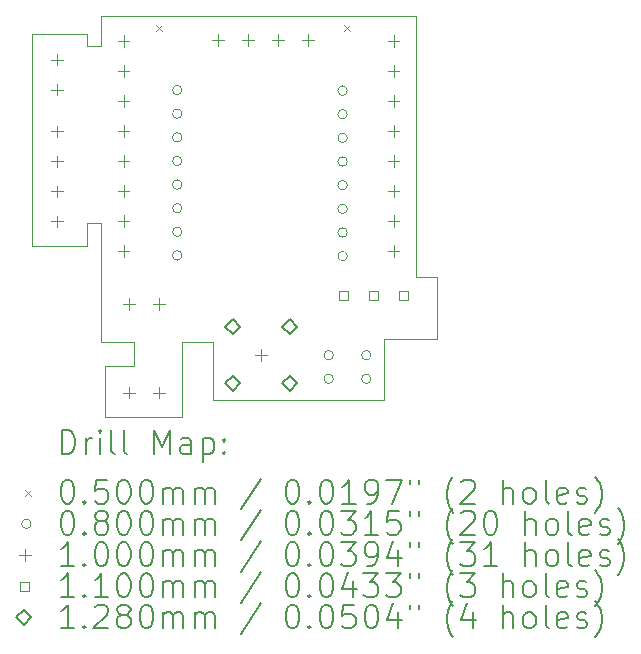
<source format=gbr>
%TF.GenerationSoftware,KiCad,Pcbnew,7.0.7*%
%TF.CreationDate,2024-01-13T12:59:27-05:00*%
%TF.ProjectId,sx7_footprints,7378375f-666f-46f7-9470-72696e74732e,rev?*%
%TF.SameCoordinates,Original*%
%TF.FileFunction,Drillmap*%
%TF.FilePolarity,Positive*%
%FSLAX45Y45*%
G04 Gerber Fmt 4.5, Leading zero omitted, Abs format (unit mm)*
G04 Created by KiCad (PCBNEW 7.0.7) date 2024-01-13 12:59:27*
%MOMM*%
%LPD*%
G01*
G04 APERTURE LIST*
%ADD10C,0.100000*%
%ADD11C,0.200000*%
%ADD12C,0.050000*%
%ADD13C,0.080000*%
%ADD14C,0.110000*%
%ADD15C,0.128000*%
G04 APERTURE END LIST*
D10*
X13766800Y-9906000D02*
X14033500Y-9906000D01*
X13766800Y-10541000D02*
X13766800Y-9906000D01*
X13119100Y-10541000D02*
X13766800Y-10541000D01*
X13119100Y-10109200D02*
X13119100Y-10541000D01*
X13360400Y-10109200D02*
X13119100Y-10109200D01*
X13360400Y-9906000D02*
X13360400Y-10109200D01*
X13081000Y-9906000D02*
X13360400Y-9906000D01*
X14033500Y-9906000D02*
X14033500Y-10375900D01*
X13081000Y-7150100D02*
X15748000Y-7150100D01*
X12966700Y-7302500D02*
X12496800Y-7302500D01*
X14033500Y-10401300D02*
X14808200Y-10401300D01*
X12966700Y-9093200D02*
X12966700Y-8902700D01*
X12496800Y-9093200D02*
X12966700Y-9093200D01*
X12496800Y-7302500D02*
X12496800Y-7327900D01*
X15481300Y-10172700D02*
X15481300Y-9880600D01*
X15925800Y-9359900D02*
X15748000Y-9359900D01*
X14033500Y-10375900D02*
X14033500Y-10401300D01*
X12966700Y-7302500D02*
X12966700Y-7404100D01*
X14808200Y-10401300D02*
X15481300Y-10401300D01*
X15481300Y-9880600D02*
X15925800Y-9880600D01*
X13081000Y-7404100D02*
X13081000Y-7150100D01*
X13081000Y-8902700D02*
X13081000Y-9906000D01*
X12496800Y-7327900D02*
X12496800Y-9093200D01*
X12966700Y-7404100D02*
X13081000Y-7404100D01*
X12966700Y-8902700D02*
X13081000Y-8902700D01*
X15748000Y-9359900D02*
X15748000Y-7150100D01*
X15481300Y-10401300D02*
X15481300Y-10172700D01*
X15925800Y-9880600D02*
X15925800Y-9359900D01*
D11*
D12*
X13551300Y-7226700D02*
X13601300Y-7276700D01*
X13601300Y-7226700D02*
X13551300Y-7276700D01*
X15138800Y-7226700D02*
X15188800Y-7276700D01*
X15188800Y-7226700D02*
X15138800Y-7276700D01*
D13*
X13768700Y-7777100D02*
G75*
G03*
X13768700Y-7777100I-40000J0D01*
G01*
X13768700Y-7977100D02*
G75*
G03*
X13768700Y-7977100I-40000J0D01*
G01*
X13768700Y-8177100D02*
G75*
G03*
X13768700Y-8177100I-40000J0D01*
G01*
X13768700Y-8377100D02*
G75*
G03*
X13768700Y-8377100I-40000J0D01*
G01*
X13768700Y-8577100D02*
G75*
G03*
X13768700Y-8577100I-40000J0D01*
G01*
X13768700Y-8777100D02*
G75*
G03*
X13768700Y-8777100I-40000J0D01*
G01*
X13768700Y-8977100D02*
G75*
G03*
X13768700Y-8977100I-40000J0D01*
G01*
X13768700Y-9177100D02*
G75*
G03*
X13768700Y-9177100I-40000J0D01*
G01*
X15051400Y-10021900D02*
G75*
G03*
X15051400Y-10021900I-40000J0D01*
G01*
X15051400Y-10221900D02*
G75*
G03*
X15051400Y-10221900I-40000J0D01*
G01*
X15168700Y-7782100D02*
G75*
G03*
X15168700Y-7782100I-40000J0D01*
G01*
X15168700Y-7982100D02*
G75*
G03*
X15168700Y-7982100I-40000J0D01*
G01*
X15168700Y-8182100D02*
G75*
G03*
X15168700Y-8182100I-40000J0D01*
G01*
X15168700Y-8382100D02*
G75*
G03*
X15168700Y-8382100I-40000J0D01*
G01*
X15168700Y-8582100D02*
G75*
G03*
X15168700Y-8582100I-40000J0D01*
G01*
X15168700Y-8782100D02*
G75*
G03*
X15168700Y-8782100I-40000J0D01*
G01*
X15168700Y-8982100D02*
G75*
G03*
X15168700Y-8982100I-40000J0D01*
G01*
X15168700Y-9182100D02*
G75*
G03*
X15168700Y-9182100I-40000J0D01*
G01*
X15368900Y-10021900D02*
G75*
G03*
X15368900Y-10021900I-40000J0D01*
G01*
X15368900Y-10221900D02*
G75*
G03*
X15368900Y-10221900I-40000J0D01*
G01*
D10*
X12712700Y-7468400D02*
X12712700Y-7568400D01*
X12662700Y-7518400D02*
X12762700Y-7518400D01*
X12712700Y-7722400D02*
X12712700Y-7822400D01*
X12662700Y-7772400D02*
X12762700Y-7772400D01*
X12712700Y-8077000D02*
X12712700Y-8177000D01*
X12662700Y-8127000D02*
X12762700Y-8127000D01*
X12712700Y-8331000D02*
X12712700Y-8431000D01*
X12662700Y-8381000D02*
X12762700Y-8381000D01*
X12712700Y-8585000D02*
X12712700Y-8685000D01*
X12662700Y-8635000D02*
X12762700Y-8635000D01*
X12712700Y-8839000D02*
X12712700Y-8939000D01*
X12662700Y-8889000D02*
X12762700Y-8889000D01*
X13274040Y-7310920D02*
X13274040Y-7410920D01*
X13224040Y-7360920D02*
X13324040Y-7360920D01*
X13274040Y-7564920D02*
X13274040Y-7664920D01*
X13224040Y-7614920D02*
X13324040Y-7614920D01*
X13274040Y-7818920D02*
X13274040Y-7918920D01*
X13224040Y-7868920D02*
X13324040Y-7868920D01*
X13274040Y-8072920D02*
X13274040Y-8172920D01*
X13224040Y-8122920D02*
X13324040Y-8122920D01*
X13274040Y-8326920D02*
X13274040Y-8426920D01*
X13224040Y-8376920D02*
X13324040Y-8376920D01*
X13274040Y-8580920D02*
X13274040Y-8680920D01*
X13224040Y-8630920D02*
X13324040Y-8630920D01*
X13274040Y-8834920D02*
X13274040Y-8934920D01*
X13224040Y-8884920D02*
X13324040Y-8884920D01*
X13274040Y-9088920D02*
X13274040Y-9188920D01*
X13224040Y-9138920D02*
X13324040Y-9138920D01*
X13322300Y-9538500D02*
X13322300Y-9638500D01*
X13272300Y-9588500D02*
X13372300Y-9588500D01*
X13322300Y-10287800D02*
X13322300Y-10387800D01*
X13272300Y-10337800D02*
X13372300Y-10337800D01*
X13576300Y-9538500D02*
X13576300Y-9638500D01*
X13526300Y-9588500D02*
X13626300Y-9588500D01*
X13576300Y-10287800D02*
X13576300Y-10387800D01*
X13526300Y-10337800D02*
X13626300Y-10337800D01*
X14071600Y-7303300D02*
X14071600Y-7403300D01*
X14021600Y-7353300D02*
X14121600Y-7353300D01*
X14325600Y-7303300D02*
X14325600Y-7403300D01*
X14275600Y-7353300D02*
X14375600Y-7353300D01*
X14439900Y-9970300D02*
X14439900Y-10070300D01*
X14389900Y-10020300D02*
X14489900Y-10020300D01*
X14579600Y-7303300D02*
X14579600Y-7403300D01*
X14529600Y-7353300D02*
X14629600Y-7353300D01*
X14833600Y-7303300D02*
X14833600Y-7403300D01*
X14783600Y-7353300D02*
X14883600Y-7353300D01*
X15560040Y-7310920D02*
X15560040Y-7410920D01*
X15510040Y-7360920D02*
X15610040Y-7360920D01*
X15560040Y-7564920D02*
X15560040Y-7664920D01*
X15510040Y-7614920D02*
X15610040Y-7614920D01*
X15560040Y-7818920D02*
X15560040Y-7918920D01*
X15510040Y-7868920D02*
X15610040Y-7868920D01*
X15560040Y-8072920D02*
X15560040Y-8172920D01*
X15510040Y-8122920D02*
X15610040Y-8122920D01*
X15560040Y-8326920D02*
X15560040Y-8426920D01*
X15510040Y-8376920D02*
X15610040Y-8376920D01*
X15560040Y-8580920D02*
X15560040Y-8680920D01*
X15510040Y-8630920D02*
X15610040Y-8630920D01*
X15560040Y-8834920D02*
X15560040Y-8934920D01*
X15510040Y-8884920D02*
X15610040Y-8884920D01*
X15560040Y-9088920D02*
X15560040Y-9188920D01*
X15510040Y-9138920D02*
X15610040Y-9138920D01*
D14*
X15177291Y-9558291D02*
X15177291Y-9480509D01*
X15099509Y-9480509D01*
X15099509Y-9558291D01*
X15177291Y-9558291D01*
X15431291Y-9558291D02*
X15431291Y-9480509D01*
X15353509Y-9480509D01*
X15353509Y-9558291D01*
X15431291Y-9558291D01*
X15685291Y-9558291D02*
X15685291Y-9480509D01*
X15607509Y-9480509D01*
X15607509Y-9558291D01*
X15685291Y-9558291D01*
D15*
X14199900Y-9844300D02*
X14263900Y-9780300D01*
X14199900Y-9716300D01*
X14135900Y-9780300D01*
X14199900Y-9844300D01*
X14199900Y-10324300D02*
X14263900Y-10260300D01*
X14199900Y-10196300D01*
X14135900Y-10260300D01*
X14199900Y-10324300D01*
X14679900Y-9844300D02*
X14743900Y-9780300D01*
X14679900Y-9716300D01*
X14615900Y-9780300D01*
X14679900Y-9844300D01*
X14679900Y-10324300D02*
X14743900Y-10260300D01*
X14679900Y-10196300D01*
X14615900Y-10260300D01*
X14679900Y-10324300D01*
D11*
X12752577Y-10857484D02*
X12752577Y-10657484D01*
X12752577Y-10657484D02*
X12800196Y-10657484D01*
X12800196Y-10657484D02*
X12828767Y-10667008D01*
X12828767Y-10667008D02*
X12847815Y-10686055D01*
X12847815Y-10686055D02*
X12857339Y-10705103D01*
X12857339Y-10705103D02*
X12866862Y-10743198D01*
X12866862Y-10743198D02*
X12866862Y-10771770D01*
X12866862Y-10771770D02*
X12857339Y-10809865D01*
X12857339Y-10809865D02*
X12847815Y-10828912D01*
X12847815Y-10828912D02*
X12828767Y-10847960D01*
X12828767Y-10847960D02*
X12800196Y-10857484D01*
X12800196Y-10857484D02*
X12752577Y-10857484D01*
X12952577Y-10857484D02*
X12952577Y-10724150D01*
X12952577Y-10762246D02*
X12962101Y-10743198D01*
X12962101Y-10743198D02*
X12971624Y-10733674D01*
X12971624Y-10733674D02*
X12990672Y-10724150D01*
X12990672Y-10724150D02*
X13009720Y-10724150D01*
X13076386Y-10857484D02*
X13076386Y-10724150D01*
X13076386Y-10657484D02*
X13066862Y-10667008D01*
X13066862Y-10667008D02*
X13076386Y-10676531D01*
X13076386Y-10676531D02*
X13085910Y-10667008D01*
X13085910Y-10667008D02*
X13076386Y-10657484D01*
X13076386Y-10657484D02*
X13076386Y-10676531D01*
X13200196Y-10857484D02*
X13181148Y-10847960D01*
X13181148Y-10847960D02*
X13171624Y-10828912D01*
X13171624Y-10828912D02*
X13171624Y-10657484D01*
X13304958Y-10857484D02*
X13285910Y-10847960D01*
X13285910Y-10847960D02*
X13276386Y-10828912D01*
X13276386Y-10828912D02*
X13276386Y-10657484D01*
X13533529Y-10857484D02*
X13533529Y-10657484D01*
X13533529Y-10657484D02*
X13600196Y-10800341D01*
X13600196Y-10800341D02*
X13666862Y-10657484D01*
X13666862Y-10657484D02*
X13666862Y-10857484D01*
X13847815Y-10857484D02*
X13847815Y-10752722D01*
X13847815Y-10752722D02*
X13838291Y-10733674D01*
X13838291Y-10733674D02*
X13819243Y-10724150D01*
X13819243Y-10724150D02*
X13781148Y-10724150D01*
X13781148Y-10724150D02*
X13762101Y-10733674D01*
X13847815Y-10847960D02*
X13828767Y-10857484D01*
X13828767Y-10857484D02*
X13781148Y-10857484D01*
X13781148Y-10857484D02*
X13762101Y-10847960D01*
X13762101Y-10847960D02*
X13752577Y-10828912D01*
X13752577Y-10828912D02*
X13752577Y-10809865D01*
X13752577Y-10809865D02*
X13762101Y-10790817D01*
X13762101Y-10790817D02*
X13781148Y-10781293D01*
X13781148Y-10781293D02*
X13828767Y-10781293D01*
X13828767Y-10781293D02*
X13847815Y-10771770D01*
X13943053Y-10724150D02*
X13943053Y-10924150D01*
X13943053Y-10733674D02*
X13962101Y-10724150D01*
X13962101Y-10724150D02*
X14000196Y-10724150D01*
X14000196Y-10724150D02*
X14019243Y-10733674D01*
X14019243Y-10733674D02*
X14028767Y-10743198D01*
X14028767Y-10743198D02*
X14038291Y-10762246D01*
X14038291Y-10762246D02*
X14038291Y-10819389D01*
X14038291Y-10819389D02*
X14028767Y-10838436D01*
X14028767Y-10838436D02*
X14019243Y-10847960D01*
X14019243Y-10847960D02*
X14000196Y-10857484D01*
X14000196Y-10857484D02*
X13962101Y-10857484D01*
X13962101Y-10857484D02*
X13943053Y-10847960D01*
X14124005Y-10838436D02*
X14133529Y-10847960D01*
X14133529Y-10847960D02*
X14124005Y-10857484D01*
X14124005Y-10857484D02*
X14114482Y-10847960D01*
X14114482Y-10847960D02*
X14124005Y-10838436D01*
X14124005Y-10838436D02*
X14124005Y-10857484D01*
X14124005Y-10733674D02*
X14133529Y-10743198D01*
X14133529Y-10743198D02*
X14124005Y-10752722D01*
X14124005Y-10752722D02*
X14114482Y-10743198D01*
X14114482Y-10743198D02*
X14124005Y-10733674D01*
X14124005Y-10733674D02*
X14124005Y-10752722D01*
D12*
X12441800Y-11161000D02*
X12491800Y-11211000D01*
X12491800Y-11161000D02*
X12441800Y-11211000D01*
D11*
X12790672Y-11077484D02*
X12809720Y-11077484D01*
X12809720Y-11077484D02*
X12828767Y-11087008D01*
X12828767Y-11087008D02*
X12838291Y-11096531D01*
X12838291Y-11096531D02*
X12847815Y-11115579D01*
X12847815Y-11115579D02*
X12857339Y-11153674D01*
X12857339Y-11153674D02*
X12857339Y-11201293D01*
X12857339Y-11201293D02*
X12847815Y-11239388D01*
X12847815Y-11239388D02*
X12838291Y-11258436D01*
X12838291Y-11258436D02*
X12828767Y-11267960D01*
X12828767Y-11267960D02*
X12809720Y-11277484D01*
X12809720Y-11277484D02*
X12790672Y-11277484D01*
X12790672Y-11277484D02*
X12771624Y-11267960D01*
X12771624Y-11267960D02*
X12762101Y-11258436D01*
X12762101Y-11258436D02*
X12752577Y-11239388D01*
X12752577Y-11239388D02*
X12743053Y-11201293D01*
X12743053Y-11201293D02*
X12743053Y-11153674D01*
X12743053Y-11153674D02*
X12752577Y-11115579D01*
X12752577Y-11115579D02*
X12762101Y-11096531D01*
X12762101Y-11096531D02*
X12771624Y-11087008D01*
X12771624Y-11087008D02*
X12790672Y-11077484D01*
X12943053Y-11258436D02*
X12952577Y-11267960D01*
X12952577Y-11267960D02*
X12943053Y-11277484D01*
X12943053Y-11277484D02*
X12933529Y-11267960D01*
X12933529Y-11267960D02*
X12943053Y-11258436D01*
X12943053Y-11258436D02*
X12943053Y-11277484D01*
X13133529Y-11077484D02*
X13038291Y-11077484D01*
X13038291Y-11077484D02*
X13028767Y-11172722D01*
X13028767Y-11172722D02*
X13038291Y-11163198D01*
X13038291Y-11163198D02*
X13057339Y-11153674D01*
X13057339Y-11153674D02*
X13104958Y-11153674D01*
X13104958Y-11153674D02*
X13124005Y-11163198D01*
X13124005Y-11163198D02*
X13133529Y-11172722D01*
X13133529Y-11172722D02*
X13143053Y-11191769D01*
X13143053Y-11191769D02*
X13143053Y-11239388D01*
X13143053Y-11239388D02*
X13133529Y-11258436D01*
X13133529Y-11258436D02*
X13124005Y-11267960D01*
X13124005Y-11267960D02*
X13104958Y-11277484D01*
X13104958Y-11277484D02*
X13057339Y-11277484D01*
X13057339Y-11277484D02*
X13038291Y-11267960D01*
X13038291Y-11267960D02*
X13028767Y-11258436D01*
X13266862Y-11077484D02*
X13285910Y-11077484D01*
X13285910Y-11077484D02*
X13304958Y-11087008D01*
X13304958Y-11087008D02*
X13314482Y-11096531D01*
X13314482Y-11096531D02*
X13324005Y-11115579D01*
X13324005Y-11115579D02*
X13333529Y-11153674D01*
X13333529Y-11153674D02*
X13333529Y-11201293D01*
X13333529Y-11201293D02*
X13324005Y-11239388D01*
X13324005Y-11239388D02*
X13314482Y-11258436D01*
X13314482Y-11258436D02*
X13304958Y-11267960D01*
X13304958Y-11267960D02*
X13285910Y-11277484D01*
X13285910Y-11277484D02*
X13266862Y-11277484D01*
X13266862Y-11277484D02*
X13247815Y-11267960D01*
X13247815Y-11267960D02*
X13238291Y-11258436D01*
X13238291Y-11258436D02*
X13228767Y-11239388D01*
X13228767Y-11239388D02*
X13219243Y-11201293D01*
X13219243Y-11201293D02*
X13219243Y-11153674D01*
X13219243Y-11153674D02*
X13228767Y-11115579D01*
X13228767Y-11115579D02*
X13238291Y-11096531D01*
X13238291Y-11096531D02*
X13247815Y-11087008D01*
X13247815Y-11087008D02*
X13266862Y-11077484D01*
X13457339Y-11077484D02*
X13476386Y-11077484D01*
X13476386Y-11077484D02*
X13495434Y-11087008D01*
X13495434Y-11087008D02*
X13504958Y-11096531D01*
X13504958Y-11096531D02*
X13514482Y-11115579D01*
X13514482Y-11115579D02*
X13524005Y-11153674D01*
X13524005Y-11153674D02*
X13524005Y-11201293D01*
X13524005Y-11201293D02*
X13514482Y-11239388D01*
X13514482Y-11239388D02*
X13504958Y-11258436D01*
X13504958Y-11258436D02*
X13495434Y-11267960D01*
X13495434Y-11267960D02*
X13476386Y-11277484D01*
X13476386Y-11277484D02*
X13457339Y-11277484D01*
X13457339Y-11277484D02*
X13438291Y-11267960D01*
X13438291Y-11267960D02*
X13428767Y-11258436D01*
X13428767Y-11258436D02*
X13419243Y-11239388D01*
X13419243Y-11239388D02*
X13409720Y-11201293D01*
X13409720Y-11201293D02*
X13409720Y-11153674D01*
X13409720Y-11153674D02*
X13419243Y-11115579D01*
X13419243Y-11115579D02*
X13428767Y-11096531D01*
X13428767Y-11096531D02*
X13438291Y-11087008D01*
X13438291Y-11087008D02*
X13457339Y-11077484D01*
X13609720Y-11277484D02*
X13609720Y-11144150D01*
X13609720Y-11163198D02*
X13619243Y-11153674D01*
X13619243Y-11153674D02*
X13638291Y-11144150D01*
X13638291Y-11144150D02*
X13666863Y-11144150D01*
X13666863Y-11144150D02*
X13685910Y-11153674D01*
X13685910Y-11153674D02*
X13695434Y-11172722D01*
X13695434Y-11172722D02*
X13695434Y-11277484D01*
X13695434Y-11172722D02*
X13704958Y-11153674D01*
X13704958Y-11153674D02*
X13724005Y-11144150D01*
X13724005Y-11144150D02*
X13752577Y-11144150D01*
X13752577Y-11144150D02*
X13771624Y-11153674D01*
X13771624Y-11153674D02*
X13781148Y-11172722D01*
X13781148Y-11172722D02*
X13781148Y-11277484D01*
X13876386Y-11277484D02*
X13876386Y-11144150D01*
X13876386Y-11163198D02*
X13885910Y-11153674D01*
X13885910Y-11153674D02*
X13904958Y-11144150D01*
X13904958Y-11144150D02*
X13933529Y-11144150D01*
X13933529Y-11144150D02*
X13952577Y-11153674D01*
X13952577Y-11153674D02*
X13962101Y-11172722D01*
X13962101Y-11172722D02*
X13962101Y-11277484D01*
X13962101Y-11172722D02*
X13971624Y-11153674D01*
X13971624Y-11153674D02*
X13990672Y-11144150D01*
X13990672Y-11144150D02*
X14019243Y-11144150D01*
X14019243Y-11144150D02*
X14038291Y-11153674D01*
X14038291Y-11153674D02*
X14047815Y-11172722D01*
X14047815Y-11172722D02*
X14047815Y-11277484D01*
X14438291Y-11067960D02*
X14266863Y-11325103D01*
X14695434Y-11077484D02*
X14714482Y-11077484D01*
X14714482Y-11077484D02*
X14733529Y-11087008D01*
X14733529Y-11087008D02*
X14743053Y-11096531D01*
X14743053Y-11096531D02*
X14752577Y-11115579D01*
X14752577Y-11115579D02*
X14762101Y-11153674D01*
X14762101Y-11153674D02*
X14762101Y-11201293D01*
X14762101Y-11201293D02*
X14752577Y-11239388D01*
X14752577Y-11239388D02*
X14743053Y-11258436D01*
X14743053Y-11258436D02*
X14733529Y-11267960D01*
X14733529Y-11267960D02*
X14714482Y-11277484D01*
X14714482Y-11277484D02*
X14695434Y-11277484D01*
X14695434Y-11277484D02*
X14676386Y-11267960D01*
X14676386Y-11267960D02*
X14666863Y-11258436D01*
X14666863Y-11258436D02*
X14657339Y-11239388D01*
X14657339Y-11239388D02*
X14647815Y-11201293D01*
X14647815Y-11201293D02*
X14647815Y-11153674D01*
X14647815Y-11153674D02*
X14657339Y-11115579D01*
X14657339Y-11115579D02*
X14666863Y-11096531D01*
X14666863Y-11096531D02*
X14676386Y-11087008D01*
X14676386Y-11087008D02*
X14695434Y-11077484D01*
X14847815Y-11258436D02*
X14857339Y-11267960D01*
X14857339Y-11267960D02*
X14847815Y-11277484D01*
X14847815Y-11277484D02*
X14838291Y-11267960D01*
X14838291Y-11267960D02*
X14847815Y-11258436D01*
X14847815Y-11258436D02*
X14847815Y-11277484D01*
X14981148Y-11077484D02*
X15000196Y-11077484D01*
X15000196Y-11077484D02*
X15019244Y-11087008D01*
X15019244Y-11087008D02*
X15028767Y-11096531D01*
X15028767Y-11096531D02*
X15038291Y-11115579D01*
X15038291Y-11115579D02*
X15047815Y-11153674D01*
X15047815Y-11153674D02*
X15047815Y-11201293D01*
X15047815Y-11201293D02*
X15038291Y-11239388D01*
X15038291Y-11239388D02*
X15028767Y-11258436D01*
X15028767Y-11258436D02*
X15019244Y-11267960D01*
X15019244Y-11267960D02*
X15000196Y-11277484D01*
X15000196Y-11277484D02*
X14981148Y-11277484D01*
X14981148Y-11277484D02*
X14962101Y-11267960D01*
X14962101Y-11267960D02*
X14952577Y-11258436D01*
X14952577Y-11258436D02*
X14943053Y-11239388D01*
X14943053Y-11239388D02*
X14933529Y-11201293D01*
X14933529Y-11201293D02*
X14933529Y-11153674D01*
X14933529Y-11153674D02*
X14943053Y-11115579D01*
X14943053Y-11115579D02*
X14952577Y-11096531D01*
X14952577Y-11096531D02*
X14962101Y-11087008D01*
X14962101Y-11087008D02*
X14981148Y-11077484D01*
X15238291Y-11277484D02*
X15124006Y-11277484D01*
X15181148Y-11277484D02*
X15181148Y-11077484D01*
X15181148Y-11077484D02*
X15162101Y-11106055D01*
X15162101Y-11106055D02*
X15143053Y-11125103D01*
X15143053Y-11125103D02*
X15124006Y-11134627D01*
X15333529Y-11277484D02*
X15371625Y-11277484D01*
X15371625Y-11277484D02*
X15390672Y-11267960D01*
X15390672Y-11267960D02*
X15400196Y-11258436D01*
X15400196Y-11258436D02*
X15419244Y-11229865D01*
X15419244Y-11229865D02*
X15428767Y-11191769D01*
X15428767Y-11191769D02*
X15428767Y-11115579D01*
X15428767Y-11115579D02*
X15419244Y-11096531D01*
X15419244Y-11096531D02*
X15409720Y-11087008D01*
X15409720Y-11087008D02*
X15390672Y-11077484D01*
X15390672Y-11077484D02*
X15352577Y-11077484D01*
X15352577Y-11077484D02*
X15333529Y-11087008D01*
X15333529Y-11087008D02*
X15324006Y-11096531D01*
X15324006Y-11096531D02*
X15314482Y-11115579D01*
X15314482Y-11115579D02*
X15314482Y-11163198D01*
X15314482Y-11163198D02*
X15324006Y-11182246D01*
X15324006Y-11182246D02*
X15333529Y-11191769D01*
X15333529Y-11191769D02*
X15352577Y-11201293D01*
X15352577Y-11201293D02*
X15390672Y-11201293D01*
X15390672Y-11201293D02*
X15409720Y-11191769D01*
X15409720Y-11191769D02*
X15419244Y-11182246D01*
X15419244Y-11182246D02*
X15428767Y-11163198D01*
X15495434Y-11077484D02*
X15628767Y-11077484D01*
X15628767Y-11077484D02*
X15543053Y-11277484D01*
X15695434Y-11077484D02*
X15695434Y-11115579D01*
X15771625Y-11077484D02*
X15771625Y-11115579D01*
X16066863Y-11353674D02*
X16057339Y-11344150D01*
X16057339Y-11344150D02*
X16038291Y-11315579D01*
X16038291Y-11315579D02*
X16028768Y-11296531D01*
X16028768Y-11296531D02*
X16019244Y-11267960D01*
X16019244Y-11267960D02*
X16009720Y-11220341D01*
X16009720Y-11220341D02*
X16009720Y-11182246D01*
X16009720Y-11182246D02*
X16019244Y-11134627D01*
X16019244Y-11134627D02*
X16028768Y-11106055D01*
X16028768Y-11106055D02*
X16038291Y-11087008D01*
X16038291Y-11087008D02*
X16057339Y-11058436D01*
X16057339Y-11058436D02*
X16066863Y-11048912D01*
X16133529Y-11096531D02*
X16143053Y-11087008D01*
X16143053Y-11087008D02*
X16162101Y-11077484D01*
X16162101Y-11077484D02*
X16209720Y-11077484D01*
X16209720Y-11077484D02*
X16228768Y-11087008D01*
X16228768Y-11087008D02*
X16238291Y-11096531D01*
X16238291Y-11096531D02*
X16247815Y-11115579D01*
X16247815Y-11115579D02*
X16247815Y-11134627D01*
X16247815Y-11134627D02*
X16238291Y-11163198D01*
X16238291Y-11163198D02*
X16124006Y-11277484D01*
X16124006Y-11277484D02*
X16247815Y-11277484D01*
X16485910Y-11277484D02*
X16485910Y-11077484D01*
X16571625Y-11277484D02*
X16571625Y-11172722D01*
X16571625Y-11172722D02*
X16562101Y-11153674D01*
X16562101Y-11153674D02*
X16543053Y-11144150D01*
X16543053Y-11144150D02*
X16514482Y-11144150D01*
X16514482Y-11144150D02*
X16495434Y-11153674D01*
X16495434Y-11153674D02*
X16485910Y-11163198D01*
X16695434Y-11277484D02*
X16676387Y-11267960D01*
X16676387Y-11267960D02*
X16666863Y-11258436D01*
X16666863Y-11258436D02*
X16657339Y-11239388D01*
X16657339Y-11239388D02*
X16657339Y-11182246D01*
X16657339Y-11182246D02*
X16666863Y-11163198D01*
X16666863Y-11163198D02*
X16676387Y-11153674D01*
X16676387Y-11153674D02*
X16695434Y-11144150D01*
X16695434Y-11144150D02*
X16724006Y-11144150D01*
X16724006Y-11144150D02*
X16743053Y-11153674D01*
X16743053Y-11153674D02*
X16752577Y-11163198D01*
X16752577Y-11163198D02*
X16762101Y-11182246D01*
X16762101Y-11182246D02*
X16762101Y-11239388D01*
X16762101Y-11239388D02*
X16752577Y-11258436D01*
X16752577Y-11258436D02*
X16743053Y-11267960D01*
X16743053Y-11267960D02*
X16724006Y-11277484D01*
X16724006Y-11277484D02*
X16695434Y-11277484D01*
X16876387Y-11277484D02*
X16857339Y-11267960D01*
X16857339Y-11267960D02*
X16847815Y-11248912D01*
X16847815Y-11248912D02*
X16847815Y-11077484D01*
X17028768Y-11267960D02*
X17009720Y-11277484D01*
X17009720Y-11277484D02*
X16971625Y-11277484D01*
X16971625Y-11277484D02*
X16952577Y-11267960D01*
X16952577Y-11267960D02*
X16943053Y-11248912D01*
X16943053Y-11248912D02*
X16943053Y-11172722D01*
X16943053Y-11172722D02*
X16952577Y-11153674D01*
X16952577Y-11153674D02*
X16971625Y-11144150D01*
X16971625Y-11144150D02*
X17009720Y-11144150D01*
X17009720Y-11144150D02*
X17028768Y-11153674D01*
X17028768Y-11153674D02*
X17038292Y-11172722D01*
X17038292Y-11172722D02*
X17038292Y-11191769D01*
X17038292Y-11191769D02*
X16943053Y-11210817D01*
X17114482Y-11267960D02*
X17133530Y-11277484D01*
X17133530Y-11277484D02*
X17171625Y-11277484D01*
X17171625Y-11277484D02*
X17190673Y-11267960D01*
X17190673Y-11267960D02*
X17200196Y-11248912D01*
X17200196Y-11248912D02*
X17200196Y-11239388D01*
X17200196Y-11239388D02*
X17190673Y-11220341D01*
X17190673Y-11220341D02*
X17171625Y-11210817D01*
X17171625Y-11210817D02*
X17143053Y-11210817D01*
X17143053Y-11210817D02*
X17124006Y-11201293D01*
X17124006Y-11201293D02*
X17114482Y-11182246D01*
X17114482Y-11182246D02*
X17114482Y-11172722D01*
X17114482Y-11172722D02*
X17124006Y-11153674D01*
X17124006Y-11153674D02*
X17143053Y-11144150D01*
X17143053Y-11144150D02*
X17171625Y-11144150D01*
X17171625Y-11144150D02*
X17190673Y-11153674D01*
X17266863Y-11353674D02*
X17276387Y-11344150D01*
X17276387Y-11344150D02*
X17295434Y-11315579D01*
X17295434Y-11315579D02*
X17304958Y-11296531D01*
X17304958Y-11296531D02*
X17314482Y-11267960D01*
X17314482Y-11267960D02*
X17324006Y-11220341D01*
X17324006Y-11220341D02*
X17324006Y-11182246D01*
X17324006Y-11182246D02*
X17314482Y-11134627D01*
X17314482Y-11134627D02*
X17304958Y-11106055D01*
X17304958Y-11106055D02*
X17295434Y-11087008D01*
X17295434Y-11087008D02*
X17276387Y-11058436D01*
X17276387Y-11058436D02*
X17266863Y-11048912D01*
D13*
X12491800Y-11450000D02*
G75*
G03*
X12491800Y-11450000I-40000J0D01*
G01*
D11*
X12790672Y-11341484D02*
X12809720Y-11341484D01*
X12809720Y-11341484D02*
X12828767Y-11351008D01*
X12828767Y-11351008D02*
X12838291Y-11360531D01*
X12838291Y-11360531D02*
X12847815Y-11379579D01*
X12847815Y-11379579D02*
X12857339Y-11417674D01*
X12857339Y-11417674D02*
X12857339Y-11465293D01*
X12857339Y-11465293D02*
X12847815Y-11503388D01*
X12847815Y-11503388D02*
X12838291Y-11522436D01*
X12838291Y-11522436D02*
X12828767Y-11531960D01*
X12828767Y-11531960D02*
X12809720Y-11541484D01*
X12809720Y-11541484D02*
X12790672Y-11541484D01*
X12790672Y-11541484D02*
X12771624Y-11531960D01*
X12771624Y-11531960D02*
X12762101Y-11522436D01*
X12762101Y-11522436D02*
X12752577Y-11503388D01*
X12752577Y-11503388D02*
X12743053Y-11465293D01*
X12743053Y-11465293D02*
X12743053Y-11417674D01*
X12743053Y-11417674D02*
X12752577Y-11379579D01*
X12752577Y-11379579D02*
X12762101Y-11360531D01*
X12762101Y-11360531D02*
X12771624Y-11351008D01*
X12771624Y-11351008D02*
X12790672Y-11341484D01*
X12943053Y-11522436D02*
X12952577Y-11531960D01*
X12952577Y-11531960D02*
X12943053Y-11541484D01*
X12943053Y-11541484D02*
X12933529Y-11531960D01*
X12933529Y-11531960D02*
X12943053Y-11522436D01*
X12943053Y-11522436D02*
X12943053Y-11541484D01*
X13066862Y-11427198D02*
X13047815Y-11417674D01*
X13047815Y-11417674D02*
X13038291Y-11408150D01*
X13038291Y-11408150D02*
X13028767Y-11389103D01*
X13028767Y-11389103D02*
X13028767Y-11379579D01*
X13028767Y-11379579D02*
X13038291Y-11360531D01*
X13038291Y-11360531D02*
X13047815Y-11351008D01*
X13047815Y-11351008D02*
X13066862Y-11341484D01*
X13066862Y-11341484D02*
X13104958Y-11341484D01*
X13104958Y-11341484D02*
X13124005Y-11351008D01*
X13124005Y-11351008D02*
X13133529Y-11360531D01*
X13133529Y-11360531D02*
X13143053Y-11379579D01*
X13143053Y-11379579D02*
X13143053Y-11389103D01*
X13143053Y-11389103D02*
X13133529Y-11408150D01*
X13133529Y-11408150D02*
X13124005Y-11417674D01*
X13124005Y-11417674D02*
X13104958Y-11427198D01*
X13104958Y-11427198D02*
X13066862Y-11427198D01*
X13066862Y-11427198D02*
X13047815Y-11436722D01*
X13047815Y-11436722D02*
X13038291Y-11446246D01*
X13038291Y-11446246D02*
X13028767Y-11465293D01*
X13028767Y-11465293D02*
X13028767Y-11503388D01*
X13028767Y-11503388D02*
X13038291Y-11522436D01*
X13038291Y-11522436D02*
X13047815Y-11531960D01*
X13047815Y-11531960D02*
X13066862Y-11541484D01*
X13066862Y-11541484D02*
X13104958Y-11541484D01*
X13104958Y-11541484D02*
X13124005Y-11531960D01*
X13124005Y-11531960D02*
X13133529Y-11522436D01*
X13133529Y-11522436D02*
X13143053Y-11503388D01*
X13143053Y-11503388D02*
X13143053Y-11465293D01*
X13143053Y-11465293D02*
X13133529Y-11446246D01*
X13133529Y-11446246D02*
X13124005Y-11436722D01*
X13124005Y-11436722D02*
X13104958Y-11427198D01*
X13266862Y-11341484D02*
X13285910Y-11341484D01*
X13285910Y-11341484D02*
X13304958Y-11351008D01*
X13304958Y-11351008D02*
X13314482Y-11360531D01*
X13314482Y-11360531D02*
X13324005Y-11379579D01*
X13324005Y-11379579D02*
X13333529Y-11417674D01*
X13333529Y-11417674D02*
X13333529Y-11465293D01*
X13333529Y-11465293D02*
X13324005Y-11503388D01*
X13324005Y-11503388D02*
X13314482Y-11522436D01*
X13314482Y-11522436D02*
X13304958Y-11531960D01*
X13304958Y-11531960D02*
X13285910Y-11541484D01*
X13285910Y-11541484D02*
X13266862Y-11541484D01*
X13266862Y-11541484D02*
X13247815Y-11531960D01*
X13247815Y-11531960D02*
X13238291Y-11522436D01*
X13238291Y-11522436D02*
X13228767Y-11503388D01*
X13228767Y-11503388D02*
X13219243Y-11465293D01*
X13219243Y-11465293D02*
X13219243Y-11417674D01*
X13219243Y-11417674D02*
X13228767Y-11379579D01*
X13228767Y-11379579D02*
X13238291Y-11360531D01*
X13238291Y-11360531D02*
X13247815Y-11351008D01*
X13247815Y-11351008D02*
X13266862Y-11341484D01*
X13457339Y-11341484D02*
X13476386Y-11341484D01*
X13476386Y-11341484D02*
X13495434Y-11351008D01*
X13495434Y-11351008D02*
X13504958Y-11360531D01*
X13504958Y-11360531D02*
X13514482Y-11379579D01*
X13514482Y-11379579D02*
X13524005Y-11417674D01*
X13524005Y-11417674D02*
X13524005Y-11465293D01*
X13524005Y-11465293D02*
X13514482Y-11503388D01*
X13514482Y-11503388D02*
X13504958Y-11522436D01*
X13504958Y-11522436D02*
X13495434Y-11531960D01*
X13495434Y-11531960D02*
X13476386Y-11541484D01*
X13476386Y-11541484D02*
X13457339Y-11541484D01*
X13457339Y-11541484D02*
X13438291Y-11531960D01*
X13438291Y-11531960D02*
X13428767Y-11522436D01*
X13428767Y-11522436D02*
X13419243Y-11503388D01*
X13419243Y-11503388D02*
X13409720Y-11465293D01*
X13409720Y-11465293D02*
X13409720Y-11417674D01*
X13409720Y-11417674D02*
X13419243Y-11379579D01*
X13419243Y-11379579D02*
X13428767Y-11360531D01*
X13428767Y-11360531D02*
X13438291Y-11351008D01*
X13438291Y-11351008D02*
X13457339Y-11341484D01*
X13609720Y-11541484D02*
X13609720Y-11408150D01*
X13609720Y-11427198D02*
X13619243Y-11417674D01*
X13619243Y-11417674D02*
X13638291Y-11408150D01*
X13638291Y-11408150D02*
X13666863Y-11408150D01*
X13666863Y-11408150D02*
X13685910Y-11417674D01*
X13685910Y-11417674D02*
X13695434Y-11436722D01*
X13695434Y-11436722D02*
X13695434Y-11541484D01*
X13695434Y-11436722D02*
X13704958Y-11417674D01*
X13704958Y-11417674D02*
X13724005Y-11408150D01*
X13724005Y-11408150D02*
X13752577Y-11408150D01*
X13752577Y-11408150D02*
X13771624Y-11417674D01*
X13771624Y-11417674D02*
X13781148Y-11436722D01*
X13781148Y-11436722D02*
X13781148Y-11541484D01*
X13876386Y-11541484D02*
X13876386Y-11408150D01*
X13876386Y-11427198D02*
X13885910Y-11417674D01*
X13885910Y-11417674D02*
X13904958Y-11408150D01*
X13904958Y-11408150D02*
X13933529Y-11408150D01*
X13933529Y-11408150D02*
X13952577Y-11417674D01*
X13952577Y-11417674D02*
X13962101Y-11436722D01*
X13962101Y-11436722D02*
X13962101Y-11541484D01*
X13962101Y-11436722D02*
X13971624Y-11417674D01*
X13971624Y-11417674D02*
X13990672Y-11408150D01*
X13990672Y-11408150D02*
X14019243Y-11408150D01*
X14019243Y-11408150D02*
X14038291Y-11417674D01*
X14038291Y-11417674D02*
X14047815Y-11436722D01*
X14047815Y-11436722D02*
X14047815Y-11541484D01*
X14438291Y-11331960D02*
X14266863Y-11589103D01*
X14695434Y-11341484D02*
X14714482Y-11341484D01*
X14714482Y-11341484D02*
X14733529Y-11351008D01*
X14733529Y-11351008D02*
X14743053Y-11360531D01*
X14743053Y-11360531D02*
X14752577Y-11379579D01*
X14752577Y-11379579D02*
X14762101Y-11417674D01*
X14762101Y-11417674D02*
X14762101Y-11465293D01*
X14762101Y-11465293D02*
X14752577Y-11503388D01*
X14752577Y-11503388D02*
X14743053Y-11522436D01*
X14743053Y-11522436D02*
X14733529Y-11531960D01*
X14733529Y-11531960D02*
X14714482Y-11541484D01*
X14714482Y-11541484D02*
X14695434Y-11541484D01*
X14695434Y-11541484D02*
X14676386Y-11531960D01*
X14676386Y-11531960D02*
X14666863Y-11522436D01*
X14666863Y-11522436D02*
X14657339Y-11503388D01*
X14657339Y-11503388D02*
X14647815Y-11465293D01*
X14647815Y-11465293D02*
X14647815Y-11417674D01*
X14647815Y-11417674D02*
X14657339Y-11379579D01*
X14657339Y-11379579D02*
X14666863Y-11360531D01*
X14666863Y-11360531D02*
X14676386Y-11351008D01*
X14676386Y-11351008D02*
X14695434Y-11341484D01*
X14847815Y-11522436D02*
X14857339Y-11531960D01*
X14857339Y-11531960D02*
X14847815Y-11541484D01*
X14847815Y-11541484D02*
X14838291Y-11531960D01*
X14838291Y-11531960D02*
X14847815Y-11522436D01*
X14847815Y-11522436D02*
X14847815Y-11541484D01*
X14981148Y-11341484D02*
X15000196Y-11341484D01*
X15000196Y-11341484D02*
X15019244Y-11351008D01*
X15019244Y-11351008D02*
X15028767Y-11360531D01*
X15028767Y-11360531D02*
X15038291Y-11379579D01*
X15038291Y-11379579D02*
X15047815Y-11417674D01*
X15047815Y-11417674D02*
X15047815Y-11465293D01*
X15047815Y-11465293D02*
X15038291Y-11503388D01*
X15038291Y-11503388D02*
X15028767Y-11522436D01*
X15028767Y-11522436D02*
X15019244Y-11531960D01*
X15019244Y-11531960D02*
X15000196Y-11541484D01*
X15000196Y-11541484D02*
X14981148Y-11541484D01*
X14981148Y-11541484D02*
X14962101Y-11531960D01*
X14962101Y-11531960D02*
X14952577Y-11522436D01*
X14952577Y-11522436D02*
X14943053Y-11503388D01*
X14943053Y-11503388D02*
X14933529Y-11465293D01*
X14933529Y-11465293D02*
X14933529Y-11417674D01*
X14933529Y-11417674D02*
X14943053Y-11379579D01*
X14943053Y-11379579D02*
X14952577Y-11360531D01*
X14952577Y-11360531D02*
X14962101Y-11351008D01*
X14962101Y-11351008D02*
X14981148Y-11341484D01*
X15114482Y-11341484D02*
X15238291Y-11341484D01*
X15238291Y-11341484D02*
X15171625Y-11417674D01*
X15171625Y-11417674D02*
X15200196Y-11417674D01*
X15200196Y-11417674D02*
X15219244Y-11427198D01*
X15219244Y-11427198D02*
X15228767Y-11436722D01*
X15228767Y-11436722D02*
X15238291Y-11455769D01*
X15238291Y-11455769D02*
X15238291Y-11503388D01*
X15238291Y-11503388D02*
X15228767Y-11522436D01*
X15228767Y-11522436D02*
X15219244Y-11531960D01*
X15219244Y-11531960D02*
X15200196Y-11541484D01*
X15200196Y-11541484D02*
X15143053Y-11541484D01*
X15143053Y-11541484D02*
X15124006Y-11531960D01*
X15124006Y-11531960D02*
X15114482Y-11522436D01*
X15428767Y-11541484D02*
X15314482Y-11541484D01*
X15371625Y-11541484D02*
X15371625Y-11341484D01*
X15371625Y-11341484D02*
X15352577Y-11370055D01*
X15352577Y-11370055D02*
X15333529Y-11389103D01*
X15333529Y-11389103D02*
X15314482Y-11398627D01*
X15609720Y-11341484D02*
X15514482Y-11341484D01*
X15514482Y-11341484D02*
X15504958Y-11436722D01*
X15504958Y-11436722D02*
X15514482Y-11427198D01*
X15514482Y-11427198D02*
X15533529Y-11417674D01*
X15533529Y-11417674D02*
X15581148Y-11417674D01*
X15581148Y-11417674D02*
X15600196Y-11427198D01*
X15600196Y-11427198D02*
X15609720Y-11436722D01*
X15609720Y-11436722D02*
X15619244Y-11455769D01*
X15619244Y-11455769D02*
X15619244Y-11503388D01*
X15619244Y-11503388D02*
X15609720Y-11522436D01*
X15609720Y-11522436D02*
X15600196Y-11531960D01*
X15600196Y-11531960D02*
X15581148Y-11541484D01*
X15581148Y-11541484D02*
X15533529Y-11541484D01*
X15533529Y-11541484D02*
X15514482Y-11531960D01*
X15514482Y-11531960D02*
X15504958Y-11522436D01*
X15695434Y-11341484D02*
X15695434Y-11379579D01*
X15771625Y-11341484D02*
X15771625Y-11379579D01*
X16066863Y-11617674D02*
X16057339Y-11608150D01*
X16057339Y-11608150D02*
X16038291Y-11579579D01*
X16038291Y-11579579D02*
X16028768Y-11560531D01*
X16028768Y-11560531D02*
X16019244Y-11531960D01*
X16019244Y-11531960D02*
X16009720Y-11484341D01*
X16009720Y-11484341D02*
X16009720Y-11446246D01*
X16009720Y-11446246D02*
X16019244Y-11398627D01*
X16019244Y-11398627D02*
X16028768Y-11370055D01*
X16028768Y-11370055D02*
X16038291Y-11351008D01*
X16038291Y-11351008D02*
X16057339Y-11322436D01*
X16057339Y-11322436D02*
X16066863Y-11312912D01*
X16133529Y-11360531D02*
X16143053Y-11351008D01*
X16143053Y-11351008D02*
X16162101Y-11341484D01*
X16162101Y-11341484D02*
X16209720Y-11341484D01*
X16209720Y-11341484D02*
X16228768Y-11351008D01*
X16228768Y-11351008D02*
X16238291Y-11360531D01*
X16238291Y-11360531D02*
X16247815Y-11379579D01*
X16247815Y-11379579D02*
X16247815Y-11398627D01*
X16247815Y-11398627D02*
X16238291Y-11427198D01*
X16238291Y-11427198D02*
X16124006Y-11541484D01*
X16124006Y-11541484D02*
X16247815Y-11541484D01*
X16371625Y-11341484D02*
X16390672Y-11341484D01*
X16390672Y-11341484D02*
X16409720Y-11351008D01*
X16409720Y-11351008D02*
X16419244Y-11360531D01*
X16419244Y-11360531D02*
X16428768Y-11379579D01*
X16428768Y-11379579D02*
X16438291Y-11417674D01*
X16438291Y-11417674D02*
X16438291Y-11465293D01*
X16438291Y-11465293D02*
X16428768Y-11503388D01*
X16428768Y-11503388D02*
X16419244Y-11522436D01*
X16419244Y-11522436D02*
X16409720Y-11531960D01*
X16409720Y-11531960D02*
X16390672Y-11541484D01*
X16390672Y-11541484D02*
X16371625Y-11541484D01*
X16371625Y-11541484D02*
X16352577Y-11531960D01*
X16352577Y-11531960D02*
X16343053Y-11522436D01*
X16343053Y-11522436D02*
X16333529Y-11503388D01*
X16333529Y-11503388D02*
X16324006Y-11465293D01*
X16324006Y-11465293D02*
X16324006Y-11417674D01*
X16324006Y-11417674D02*
X16333529Y-11379579D01*
X16333529Y-11379579D02*
X16343053Y-11360531D01*
X16343053Y-11360531D02*
X16352577Y-11351008D01*
X16352577Y-11351008D02*
X16371625Y-11341484D01*
X16676387Y-11541484D02*
X16676387Y-11341484D01*
X16762101Y-11541484D02*
X16762101Y-11436722D01*
X16762101Y-11436722D02*
X16752577Y-11417674D01*
X16752577Y-11417674D02*
X16733530Y-11408150D01*
X16733530Y-11408150D02*
X16704958Y-11408150D01*
X16704958Y-11408150D02*
X16685910Y-11417674D01*
X16685910Y-11417674D02*
X16676387Y-11427198D01*
X16885911Y-11541484D02*
X16866863Y-11531960D01*
X16866863Y-11531960D02*
X16857339Y-11522436D01*
X16857339Y-11522436D02*
X16847815Y-11503388D01*
X16847815Y-11503388D02*
X16847815Y-11446246D01*
X16847815Y-11446246D02*
X16857339Y-11427198D01*
X16857339Y-11427198D02*
X16866863Y-11417674D01*
X16866863Y-11417674D02*
X16885911Y-11408150D01*
X16885911Y-11408150D02*
X16914482Y-11408150D01*
X16914482Y-11408150D02*
X16933530Y-11417674D01*
X16933530Y-11417674D02*
X16943053Y-11427198D01*
X16943053Y-11427198D02*
X16952577Y-11446246D01*
X16952577Y-11446246D02*
X16952577Y-11503388D01*
X16952577Y-11503388D02*
X16943053Y-11522436D01*
X16943053Y-11522436D02*
X16933530Y-11531960D01*
X16933530Y-11531960D02*
X16914482Y-11541484D01*
X16914482Y-11541484D02*
X16885911Y-11541484D01*
X17066863Y-11541484D02*
X17047815Y-11531960D01*
X17047815Y-11531960D02*
X17038292Y-11512912D01*
X17038292Y-11512912D02*
X17038292Y-11341484D01*
X17219244Y-11531960D02*
X17200196Y-11541484D01*
X17200196Y-11541484D02*
X17162101Y-11541484D01*
X17162101Y-11541484D02*
X17143053Y-11531960D01*
X17143053Y-11531960D02*
X17133530Y-11512912D01*
X17133530Y-11512912D02*
X17133530Y-11436722D01*
X17133530Y-11436722D02*
X17143053Y-11417674D01*
X17143053Y-11417674D02*
X17162101Y-11408150D01*
X17162101Y-11408150D02*
X17200196Y-11408150D01*
X17200196Y-11408150D02*
X17219244Y-11417674D01*
X17219244Y-11417674D02*
X17228768Y-11436722D01*
X17228768Y-11436722D02*
X17228768Y-11455769D01*
X17228768Y-11455769D02*
X17133530Y-11474817D01*
X17304958Y-11531960D02*
X17324006Y-11541484D01*
X17324006Y-11541484D02*
X17362101Y-11541484D01*
X17362101Y-11541484D02*
X17381149Y-11531960D01*
X17381149Y-11531960D02*
X17390673Y-11512912D01*
X17390673Y-11512912D02*
X17390673Y-11503388D01*
X17390673Y-11503388D02*
X17381149Y-11484341D01*
X17381149Y-11484341D02*
X17362101Y-11474817D01*
X17362101Y-11474817D02*
X17333530Y-11474817D01*
X17333530Y-11474817D02*
X17314482Y-11465293D01*
X17314482Y-11465293D02*
X17304958Y-11446246D01*
X17304958Y-11446246D02*
X17304958Y-11436722D01*
X17304958Y-11436722D02*
X17314482Y-11417674D01*
X17314482Y-11417674D02*
X17333530Y-11408150D01*
X17333530Y-11408150D02*
X17362101Y-11408150D01*
X17362101Y-11408150D02*
X17381149Y-11417674D01*
X17457339Y-11617674D02*
X17466863Y-11608150D01*
X17466863Y-11608150D02*
X17485911Y-11579579D01*
X17485911Y-11579579D02*
X17495434Y-11560531D01*
X17495434Y-11560531D02*
X17504958Y-11531960D01*
X17504958Y-11531960D02*
X17514482Y-11484341D01*
X17514482Y-11484341D02*
X17514482Y-11446246D01*
X17514482Y-11446246D02*
X17504958Y-11398627D01*
X17504958Y-11398627D02*
X17495434Y-11370055D01*
X17495434Y-11370055D02*
X17485911Y-11351008D01*
X17485911Y-11351008D02*
X17466863Y-11322436D01*
X17466863Y-11322436D02*
X17457339Y-11312912D01*
D10*
X12441800Y-11664000D02*
X12441800Y-11764000D01*
X12391800Y-11714000D02*
X12491800Y-11714000D01*
D11*
X12857339Y-11805484D02*
X12743053Y-11805484D01*
X12800196Y-11805484D02*
X12800196Y-11605484D01*
X12800196Y-11605484D02*
X12781148Y-11634055D01*
X12781148Y-11634055D02*
X12762101Y-11653103D01*
X12762101Y-11653103D02*
X12743053Y-11662627D01*
X12943053Y-11786436D02*
X12952577Y-11795960D01*
X12952577Y-11795960D02*
X12943053Y-11805484D01*
X12943053Y-11805484D02*
X12933529Y-11795960D01*
X12933529Y-11795960D02*
X12943053Y-11786436D01*
X12943053Y-11786436D02*
X12943053Y-11805484D01*
X13076386Y-11605484D02*
X13095434Y-11605484D01*
X13095434Y-11605484D02*
X13114482Y-11615008D01*
X13114482Y-11615008D02*
X13124005Y-11624531D01*
X13124005Y-11624531D02*
X13133529Y-11643579D01*
X13133529Y-11643579D02*
X13143053Y-11681674D01*
X13143053Y-11681674D02*
X13143053Y-11729293D01*
X13143053Y-11729293D02*
X13133529Y-11767388D01*
X13133529Y-11767388D02*
X13124005Y-11786436D01*
X13124005Y-11786436D02*
X13114482Y-11795960D01*
X13114482Y-11795960D02*
X13095434Y-11805484D01*
X13095434Y-11805484D02*
X13076386Y-11805484D01*
X13076386Y-11805484D02*
X13057339Y-11795960D01*
X13057339Y-11795960D02*
X13047815Y-11786436D01*
X13047815Y-11786436D02*
X13038291Y-11767388D01*
X13038291Y-11767388D02*
X13028767Y-11729293D01*
X13028767Y-11729293D02*
X13028767Y-11681674D01*
X13028767Y-11681674D02*
X13038291Y-11643579D01*
X13038291Y-11643579D02*
X13047815Y-11624531D01*
X13047815Y-11624531D02*
X13057339Y-11615008D01*
X13057339Y-11615008D02*
X13076386Y-11605484D01*
X13266862Y-11605484D02*
X13285910Y-11605484D01*
X13285910Y-11605484D02*
X13304958Y-11615008D01*
X13304958Y-11615008D02*
X13314482Y-11624531D01*
X13314482Y-11624531D02*
X13324005Y-11643579D01*
X13324005Y-11643579D02*
X13333529Y-11681674D01*
X13333529Y-11681674D02*
X13333529Y-11729293D01*
X13333529Y-11729293D02*
X13324005Y-11767388D01*
X13324005Y-11767388D02*
X13314482Y-11786436D01*
X13314482Y-11786436D02*
X13304958Y-11795960D01*
X13304958Y-11795960D02*
X13285910Y-11805484D01*
X13285910Y-11805484D02*
X13266862Y-11805484D01*
X13266862Y-11805484D02*
X13247815Y-11795960D01*
X13247815Y-11795960D02*
X13238291Y-11786436D01*
X13238291Y-11786436D02*
X13228767Y-11767388D01*
X13228767Y-11767388D02*
X13219243Y-11729293D01*
X13219243Y-11729293D02*
X13219243Y-11681674D01*
X13219243Y-11681674D02*
X13228767Y-11643579D01*
X13228767Y-11643579D02*
X13238291Y-11624531D01*
X13238291Y-11624531D02*
X13247815Y-11615008D01*
X13247815Y-11615008D02*
X13266862Y-11605484D01*
X13457339Y-11605484D02*
X13476386Y-11605484D01*
X13476386Y-11605484D02*
X13495434Y-11615008D01*
X13495434Y-11615008D02*
X13504958Y-11624531D01*
X13504958Y-11624531D02*
X13514482Y-11643579D01*
X13514482Y-11643579D02*
X13524005Y-11681674D01*
X13524005Y-11681674D02*
X13524005Y-11729293D01*
X13524005Y-11729293D02*
X13514482Y-11767388D01*
X13514482Y-11767388D02*
X13504958Y-11786436D01*
X13504958Y-11786436D02*
X13495434Y-11795960D01*
X13495434Y-11795960D02*
X13476386Y-11805484D01*
X13476386Y-11805484D02*
X13457339Y-11805484D01*
X13457339Y-11805484D02*
X13438291Y-11795960D01*
X13438291Y-11795960D02*
X13428767Y-11786436D01*
X13428767Y-11786436D02*
X13419243Y-11767388D01*
X13419243Y-11767388D02*
X13409720Y-11729293D01*
X13409720Y-11729293D02*
X13409720Y-11681674D01*
X13409720Y-11681674D02*
X13419243Y-11643579D01*
X13419243Y-11643579D02*
X13428767Y-11624531D01*
X13428767Y-11624531D02*
X13438291Y-11615008D01*
X13438291Y-11615008D02*
X13457339Y-11605484D01*
X13609720Y-11805484D02*
X13609720Y-11672150D01*
X13609720Y-11691198D02*
X13619243Y-11681674D01*
X13619243Y-11681674D02*
X13638291Y-11672150D01*
X13638291Y-11672150D02*
X13666863Y-11672150D01*
X13666863Y-11672150D02*
X13685910Y-11681674D01*
X13685910Y-11681674D02*
X13695434Y-11700722D01*
X13695434Y-11700722D02*
X13695434Y-11805484D01*
X13695434Y-11700722D02*
X13704958Y-11681674D01*
X13704958Y-11681674D02*
X13724005Y-11672150D01*
X13724005Y-11672150D02*
X13752577Y-11672150D01*
X13752577Y-11672150D02*
X13771624Y-11681674D01*
X13771624Y-11681674D02*
X13781148Y-11700722D01*
X13781148Y-11700722D02*
X13781148Y-11805484D01*
X13876386Y-11805484D02*
X13876386Y-11672150D01*
X13876386Y-11691198D02*
X13885910Y-11681674D01*
X13885910Y-11681674D02*
X13904958Y-11672150D01*
X13904958Y-11672150D02*
X13933529Y-11672150D01*
X13933529Y-11672150D02*
X13952577Y-11681674D01*
X13952577Y-11681674D02*
X13962101Y-11700722D01*
X13962101Y-11700722D02*
X13962101Y-11805484D01*
X13962101Y-11700722D02*
X13971624Y-11681674D01*
X13971624Y-11681674D02*
X13990672Y-11672150D01*
X13990672Y-11672150D02*
X14019243Y-11672150D01*
X14019243Y-11672150D02*
X14038291Y-11681674D01*
X14038291Y-11681674D02*
X14047815Y-11700722D01*
X14047815Y-11700722D02*
X14047815Y-11805484D01*
X14438291Y-11595960D02*
X14266863Y-11853103D01*
X14695434Y-11605484D02*
X14714482Y-11605484D01*
X14714482Y-11605484D02*
X14733529Y-11615008D01*
X14733529Y-11615008D02*
X14743053Y-11624531D01*
X14743053Y-11624531D02*
X14752577Y-11643579D01*
X14752577Y-11643579D02*
X14762101Y-11681674D01*
X14762101Y-11681674D02*
X14762101Y-11729293D01*
X14762101Y-11729293D02*
X14752577Y-11767388D01*
X14752577Y-11767388D02*
X14743053Y-11786436D01*
X14743053Y-11786436D02*
X14733529Y-11795960D01*
X14733529Y-11795960D02*
X14714482Y-11805484D01*
X14714482Y-11805484D02*
X14695434Y-11805484D01*
X14695434Y-11805484D02*
X14676386Y-11795960D01*
X14676386Y-11795960D02*
X14666863Y-11786436D01*
X14666863Y-11786436D02*
X14657339Y-11767388D01*
X14657339Y-11767388D02*
X14647815Y-11729293D01*
X14647815Y-11729293D02*
X14647815Y-11681674D01*
X14647815Y-11681674D02*
X14657339Y-11643579D01*
X14657339Y-11643579D02*
X14666863Y-11624531D01*
X14666863Y-11624531D02*
X14676386Y-11615008D01*
X14676386Y-11615008D02*
X14695434Y-11605484D01*
X14847815Y-11786436D02*
X14857339Y-11795960D01*
X14857339Y-11795960D02*
X14847815Y-11805484D01*
X14847815Y-11805484D02*
X14838291Y-11795960D01*
X14838291Y-11795960D02*
X14847815Y-11786436D01*
X14847815Y-11786436D02*
X14847815Y-11805484D01*
X14981148Y-11605484D02*
X15000196Y-11605484D01*
X15000196Y-11605484D02*
X15019244Y-11615008D01*
X15019244Y-11615008D02*
X15028767Y-11624531D01*
X15028767Y-11624531D02*
X15038291Y-11643579D01*
X15038291Y-11643579D02*
X15047815Y-11681674D01*
X15047815Y-11681674D02*
X15047815Y-11729293D01*
X15047815Y-11729293D02*
X15038291Y-11767388D01*
X15038291Y-11767388D02*
X15028767Y-11786436D01*
X15028767Y-11786436D02*
X15019244Y-11795960D01*
X15019244Y-11795960D02*
X15000196Y-11805484D01*
X15000196Y-11805484D02*
X14981148Y-11805484D01*
X14981148Y-11805484D02*
X14962101Y-11795960D01*
X14962101Y-11795960D02*
X14952577Y-11786436D01*
X14952577Y-11786436D02*
X14943053Y-11767388D01*
X14943053Y-11767388D02*
X14933529Y-11729293D01*
X14933529Y-11729293D02*
X14933529Y-11681674D01*
X14933529Y-11681674D02*
X14943053Y-11643579D01*
X14943053Y-11643579D02*
X14952577Y-11624531D01*
X14952577Y-11624531D02*
X14962101Y-11615008D01*
X14962101Y-11615008D02*
X14981148Y-11605484D01*
X15114482Y-11605484D02*
X15238291Y-11605484D01*
X15238291Y-11605484D02*
X15171625Y-11681674D01*
X15171625Y-11681674D02*
X15200196Y-11681674D01*
X15200196Y-11681674D02*
X15219244Y-11691198D01*
X15219244Y-11691198D02*
X15228767Y-11700722D01*
X15228767Y-11700722D02*
X15238291Y-11719769D01*
X15238291Y-11719769D02*
X15238291Y-11767388D01*
X15238291Y-11767388D02*
X15228767Y-11786436D01*
X15228767Y-11786436D02*
X15219244Y-11795960D01*
X15219244Y-11795960D02*
X15200196Y-11805484D01*
X15200196Y-11805484D02*
X15143053Y-11805484D01*
X15143053Y-11805484D02*
X15124006Y-11795960D01*
X15124006Y-11795960D02*
X15114482Y-11786436D01*
X15333529Y-11805484D02*
X15371625Y-11805484D01*
X15371625Y-11805484D02*
X15390672Y-11795960D01*
X15390672Y-11795960D02*
X15400196Y-11786436D01*
X15400196Y-11786436D02*
X15419244Y-11757865D01*
X15419244Y-11757865D02*
X15428767Y-11719769D01*
X15428767Y-11719769D02*
X15428767Y-11643579D01*
X15428767Y-11643579D02*
X15419244Y-11624531D01*
X15419244Y-11624531D02*
X15409720Y-11615008D01*
X15409720Y-11615008D02*
X15390672Y-11605484D01*
X15390672Y-11605484D02*
X15352577Y-11605484D01*
X15352577Y-11605484D02*
X15333529Y-11615008D01*
X15333529Y-11615008D02*
X15324006Y-11624531D01*
X15324006Y-11624531D02*
X15314482Y-11643579D01*
X15314482Y-11643579D02*
X15314482Y-11691198D01*
X15314482Y-11691198D02*
X15324006Y-11710246D01*
X15324006Y-11710246D02*
X15333529Y-11719769D01*
X15333529Y-11719769D02*
X15352577Y-11729293D01*
X15352577Y-11729293D02*
X15390672Y-11729293D01*
X15390672Y-11729293D02*
X15409720Y-11719769D01*
X15409720Y-11719769D02*
X15419244Y-11710246D01*
X15419244Y-11710246D02*
X15428767Y-11691198D01*
X15600196Y-11672150D02*
X15600196Y-11805484D01*
X15552577Y-11595960D02*
X15504958Y-11738817D01*
X15504958Y-11738817D02*
X15628767Y-11738817D01*
X15695434Y-11605484D02*
X15695434Y-11643579D01*
X15771625Y-11605484D02*
X15771625Y-11643579D01*
X16066863Y-11881674D02*
X16057339Y-11872150D01*
X16057339Y-11872150D02*
X16038291Y-11843579D01*
X16038291Y-11843579D02*
X16028768Y-11824531D01*
X16028768Y-11824531D02*
X16019244Y-11795960D01*
X16019244Y-11795960D02*
X16009720Y-11748341D01*
X16009720Y-11748341D02*
X16009720Y-11710246D01*
X16009720Y-11710246D02*
X16019244Y-11662627D01*
X16019244Y-11662627D02*
X16028768Y-11634055D01*
X16028768Y-11634055D02*
X16038291Y-11615008D01*
X16038291Y-11615008D02*
X16057339Y-11586436D01*
X16057339Y-11586436D02*
X16066863Y-11576912D01*
X16124006Y-11605484D02*
X16247815Y-11605484D01*
X16247815Y-11605484D02*
X16181148Y-11681674D01*
X16181148Y-11681674D02*
X16209720Y-11681674D01*
X16209720Y-11681674D02*
X16228768Y-11691198D01*
X16228768Y-11691198D02*
X16238291Y-11700722D01*
X16238291Y-11700722D02*
X16247815Y-11719769D01*
X16247815Y-11719769D02*
X16247815Y-11767388D01*
X16247815Y-11767388D02*
X16238291Y-11786436D01*
X16238291Y-11786436D02*
X16228768Y-11795960D01*
X16228768Y-11795960D02*
X16209720Y-11805484D01*
X16209720Y-11805484D02*
X16152577Y-11805484D01*
X16152577Y-11805484D02*
X16133529Y-11795960D01*
X16133529Y-11795960D02*
X16124006Y-11786436D01*
X16438291Y-11805484D02*
X16324006Y-11805484D01*
X16381148Y-11805484D02*
X16381148Y-11605484D01*
X16381148Y-11605484D02*
X16362101Y-11634055D01*
X16362101Y-11634055D02*
X16343053Y-11653103D01*
X16343053Y-11653103D02*
X16324006Y-11662627D01*
X16676387Y-11805484D02*
X16676387Y-11605484D01*
X16762101Y-11805484D02*
X16762101Y-11700722D01*
X16762101Y-11700722D02*
X16752577Y-11681674D01*
X16752577Y-11681674D02*
X16733530Y-11672150D01*
X16733530Y-11672150D02*
X16704958Y-11672150D01*
X16704958Y-11672150D02*
X16685910Y-11681674D01*
X16685910Y-11681674D02*
X16676387Y-11691198D01*
X16885911Y-11805484D02*
X16866863Y-11795960D01*
X16866863Y-11795960D02*
X16857339Y-11786436D01*
X16857339Y-11786436D02*
X16847815Y-11767388D01*
X16847815Y-11767388D02*
X16847815Y-11710246D01*
X16847815Y-11710246D02*
X16857339Y-11691198D01*
X16857339Y-11691198D02*
X16866863Y-11681674D01*
X16866863Y-11681674D02*
X16885911Y-11672150D01*
X16885911Y-11672150D02*
X16914482Y-11672150D01*
X16914482Y-11672150D02*
X16933530Y-11681674D01*
X16933530Y-11681674D02*
X16943053Y-11691198D01*
X16943053Y-11691198D02*
X16952577Y-11710246D01*
X16952577Y-11710246D02*
X16952577Y-11767388D01*
X16952577Y-11767388D02*
X16943053Y-11786436D01*
X16943053Y-11786436D02*
X16933530Y-11795960D01*
X16933530Y-11795960D02*
X16914482Y-11805484D01*
X16914482Y-11805484D02*
X16885911Y-11805484D01*
X17066863Y-11805484D02*
X17047815Y-11795960D01*
X17047815Y-11795960D02*
X17038292Y-11776912D01*
X17038292Y-11776912D02*
X17038292Y-11605484D01*
X17219244Y-11795960D02*
X17200196Y-11805484D01*
X17200196Y-11805484D02*
X17162101Y-11805484D01*
X17162101Y-11805484D02*
X17143053Y-11795960D01*
X17143053Y-11795960D02*
X17133530Y-11776912D01*
X17133530Y-11776912D02*
X17133530Y-11700722D01*
X17133530Y-11700722D02*
X17143053Y-11681674D01*
X17143053Y-11681674D02*
X17162101Y-11672150D01*
X17162101Y-11672150D02*
X17200196Y-11672150D01*
X17200196Y-11672150D02*
X17219244Y-11681674D01*
X17219244Y-11681674D02*
X17228768Y-11700722D01*
X17228768Y-11700722D02*
X17228768Y-11719769D01*
X17228768Y-11719769D02*
X17133530Y-11738817D01*
X17304958Y-11795960D02*
X17324006Y-11805484D01*
X17324006Y-11805484D02*
X17362101Y-11805484D01*
X17362101Y-11805484D02*
X17381149Y-11795960D01*
X17381149Y-11795960D02*
X17390673Y-11776912D01*
X17390673Y-11776912D02*
X17390673Y-11767388D01*
X17390673Y-11767388D02*
X17381149Y-11748341D01*
X17381149Y-11748341D02*
X17362101Y-11738817D01*
X17362101Y-11738817D02*
X17333530Y-11738817D01*
X17333530Y-11738817D02*
X17314482Y-11729293D01*
X17314482Y-11729293D02*
X17304958Y-11710246D01*
X17304958Y-11710246D02*
X17304958Y-11700722D01*
X17304958Y-11700722D02*
X17314482Y-11681674D01*
X17314482Y-11681674D02*
X17333530Y-11672150D01*
X17333530Y-11672150D02*
X17362101Y-11672150D01*
X17362101Y-11672150D02*
X17381149Y-11681674D01*
X17457339Y-11881674D02*
X17466863Y-11872150D01*
X17466863Y-11872150D02*
X17485911Y-11843579D01*
X17485911Y-11843579D02*
X17495434Y-11824531D01*
X17495434Y-11824531D02*
X17504958Y-11795960D01*
X17504958Y-11795960D02*
X17514482Y-11748341D01*
X17514482Y-11748341D02*
X17514482Y-11710246D01*
X17514482Y-11710246D02*
X17504958Y-11662627D01*
X17504958Y-11662627D02*
X17495434Y-11634055D01*
X17495434Y-11634055D02*
X17485911Y-11615008D01*
X17485911Y-11615008D02*
X17466863Y-11586436D01*
X17466863Y-11586436D02*
X17457339Y-11576912D01*
D14*
X12475691Y-12016891D02*
X12475691Y-11939109D01*
X12397909Y-11939109D01*
X12397909Y-12016891D01*
X12475691Y-12016891D01*
D11*
X12857339Y-12069484D02*
X12743053Y-12069484D01*
X12800196Y-12069484D02*
X12800196Y-11869484D01*
X12800196Y-11869484D02*
X12781148Y-11898055D01*
X12781148Y-11898055D02*
X12762101Y-11917103D01*
X12762101Y-11917103D02*
X12743053Y-11926627D01*
X12943053Y-12050436D02*
X12952577Y-12059960D01*
X12952577Y-12059960D02*
X12943053Y-12069484D01*
X12943053Y-12069484D02*
X12933529Y-12059960D01*
X12933529Y-12059960D02*
X12943053Y-12050436D01*
X12943053Y-12050436D02*
X12943053Y-12069484D01*
X13143053Y-12069484D02*
X13028767Y-12069484D01*
X13085910Y-12069484D02*
X13085910Y-11869484D01*
X13085910Y-11869484D02*
X13066862Y-11898055D01*
X13066862Y-11898055D02*
X13047815Y-11917103D01*
X13047815Y-11917103D02*
X13028767Y-11926627D01*
X13266862Y-11869484D02*
X13285910Y-11869484D01*
X13285910Y-11869484D02*
X13304958Y-11879008D01*
X13304958Y-11879008D02*
X13314482Y-11888531D01*
X13314482Y-11888531D02*
X13324005Y-11907579D01*
X13324005Y-11907579D02*
X13333529Y-11945674D01*
X13333529Y-11945674D02*
X13333529Y-11993293D01*
X13333529Y-11993293D02*
X13324005Y-12031388D01*
X13324005Y-12031388D02*
X13314482Y-12050436D01*
X13314482Y-12050436D02*
X13304958Y-12059960D01*
X13304958Y-12059960D02*
X13285910Y-12069484D01*
X13285910Y-12069484D02*
X13266862Y-12069484D01*
X13266862Y-12069484D02*
X13247815Y-12059960D01*
X13247815Y-12059960D02*
X13238291Y-12050436D01*
X13238291Y-12050436D02*
X13228767Y-12031388D01*
X13228767Y-12031388D02*
X13219243Y-11993293D01*
X13219243Y-11993293D02*
X13219243Y-11945674D01*
X13219243Y-11945674D02*
X13228767Y-11907579D01*
X13228767Y-11907579D02*
X13238291Y-11888531D01*
X13238291Y-11888531D02*
X13247815Y-11879008D01*
X13247815Y-11879008D02*
X13266862Y-11869484D01*
X13457339Y-11869484D02*
X13476386Y-11869484D01*
X13476386Y-11869484D02*
X13495434Y-11879008D01*
X13495434Y-11879008D02*
X13504958Y-11888531D01*
X13504958Y-11888531D02*
X13514482Y-11907579D01*
X13514482Y-11907579D02*
X13524005Y-11945674D01*
X13524005Y-11945674D02*
X13524005Y-11993293D01*
X13524005Y-11993293D02*
X13514482Y-12031388D01*
X13514482Y-12031388D02*
X13504958Y-12050436D01*
X13504958Y-12050436D02*
X13495434Y-12059960D01*
X13495434Y-12059960D02*
X13476386Y-12069484D01*
X13476386Y-12069484D02*
X13457339Y-12069484D01*
X13457339Y-12069484D02*
X13438291Y-12059960D01*
X13438291Y-12059960D02*
X13428767Y-12050436D01*
X13428767Y-12050436D02*
X13419243Y-12031388D01*
X13419243Y-12031388D02*
X13409720Y-11993293D01*
X13409720Y-11993293D02*
X13409720Y-11945674D01*
X13409720Y-11945674D02*
X13419243Y-11907579D01*
X13419243Y-11907579D02*
X13428767Y-11888531D01*
X13428767Y-11888531D02*
X13438291Y-11879008D01*
X13438291Y-11879008D02*
X13457339Y-11869484D01*
X13609720Y-12069484D02*
X13609720Y-11936150D01*
X13609720Y-11955198D02*
X13619243Y-11945674D01*
X13619243Y-11945674D02*
X13638291Y-11936150D01*
X13638291Y-11936150D02*
X13666863Y-11936150D01*
X13666863Y-11936150D02*
X13685910Y-11945674D01*
X13685910Y-11945674D02*
X13695434Y-11964722D01*
X13695434Y-11964722D02*
X13695434Y-12069484D01*
X13695434Y-11964722D02*
X13704958Y-11945674D01*
X13704958Y-11945674D02*
X13724005Y-11936150D01*
X13724005Y-11936150D02*
X13752577Y-11936150D01*
X13752577Y-11936150D02*
X13771624Y-11945674D01*
X13771624Y-11945674D02*
X13781148Y-11964722D01*
X13781148Y-11964722D02*
X13781148Y-12069484D01*
X13876386Y-12069484D02*
X13876386Y-11936150D01*
X13876386Y-11955198D02*
X13885910Y-11945674D01*
X13885910Y-11945674D02*
X13904958Y-11936150D01*
X13904958Y-11936150D02*
X13933529Y-11936150D01*
X13933529Y-11936150D02*
X13952577Y-11945674D01*
X13952577Y-11945674D02*
X13962101Y-11964722D01*
X13962101Y-11964722D02*
X13962101Y-12069484D01*
X13962101Y-11964722D02*
X13971624Y-11945674D01*
X13971624Y-11945674D02*
X13990672Y-11936150D01*
X13990672Y-11936150D02*
X14019243Y-11936150D01*
X14019243Y-11936150D02*
X14038291Y-11945674D01*
X14038291Y-11945674D02*
X14047815Y-11964722D01*
X14047815Y-11964722D02*
X14047815Y-12069484D01*
X14438291Y-11859960D02*
X14266863Y-12117103D01*
X14695434Y-11869484D02*
X14714482Y-11869484D01*
X14714482Y-11869484D02*
X14733529Y-11879008D01*
X14733529Y-11879008D02*
X14743053Y-11888531D01*
X14743053Y-11888531D02*
X14752577Y-11907579D01*
X14752577Y-11907579D02*
X14762101Y-11945674D01*
X14762101Y-11945674D02*
X14762101Y-11993293D01*
X14762101Y-11993293D02*
X14752577Y-12031388D01*
X14752577Y-12031388D02*
X14743053Y-12050436D01*
X14743053Y-12050436D02*
X14733529Y-12059960D01*
X14733529Y-12059960D02*
X14714482Y-12069484D01*
X14714482Y-12069484D02*
X14695434Y-12069484D01*
X14695434Y-12069484D02*
X14676386Y-12059960D01*
X14676386Y-12059960D02*
X14666863Y-12050436D01*
X14666863Y-12050436D02*
X14657339Y-12031388D01*
X14657339Y-12031388D02*
X14647815Y-11993293D01*
X14647815Y-11993293D02*
X14647815Y-11945674D01*
X14647815Y-11945674D02*
X14657339Y-11907579D01*
X14657339Y-11907579D02*
X14666863Y-11888531D01*
X14666863Y-11888531D02*
X14676386Y-11879008D01*
X14676386Y-11879008D02*
X14695434Y-11869484D01*
X14847815Y-12050436D02*
X14857339Y-12059960D01*
X14857339Y-12059960D02*
X14847815Y-12069484D01*
X14847815Y-12069484D02*
X14838291Y-12059960D01*
X14838291Y-12059960D02*
X14847815Y-12050436D01*
X14847815Y-12050436D02*
X14847815Y-12069484D01*
X14981148Y-11869484D02*
X15000196Y-11869484D01*
X15000196Y-11869484D02*
X15019244Y-11879008D01*
X15019244Y-11879008D02*
X15028767Y-11888531D01*
X15028767Y-11888531D02*
X15038291Y-11907579D01*
X15038291Y-11907579D02*
X15047815Y-11945674D01*
X15047815Y-11945674D02*
X15047815Y-11993293D01*
X15047815Y-11993293D02*
X15038291Y-12031388D01*
X15038291Y-12031388D02*
X15028767Y-12050436D01*
X15028767Y-12050436D02*
X15019244Y-12059960D01*
X15019244Y-12059960D02*
X15000196Y-12069484D01*
X15000196Y-12069484D02*
X14981148Y-12069484D01*
X14981148Y-12069484D02*
X14962101Y-12059960D01*
X14962101Y-12059960D02*
X14952577Y-12050436D01*
X14952577Y-12050436D02*
X14943053Y-12031388D01*
X14943053Y-12031388D02*
X14933529Y-11993293D01*
X14933529Y-11993293D02*
X14933529Y-11945674D01*
X14933529Y-11945674D02*
X14943053Y-11907579D01*
X14943053Y-11907579D02*
X14952577Y-11888531D01*
X14952577Y-11888531D02*
X14962101Y-11879008D01*
X14962101Y-11879008D02*
X14981148Y-11869484D01*
X15219244Y-11936150D02*
X15219244Y-12069484D01*
X15171625Y-11859960D02*
X15124006Y-12002817D01*
X15124006Y-12002817D02*
X15247815Y-12002817D01*
X15304958Y-11869484D02*
X15428767Y-11869484D01*
X15428767Y-11869484D02*
X15362101Y-11945674D01*
X15362101Y-11945674D02*
X15390672Y-11945674D01*
X15390672Y-11945674D02*
X15409720Y-11955198D01*
X15409720Y-11955198D02*
X15419244Y-11964722D01*
X15419244Y-11964722D02*
X15428767Y-11983769D01*
X15428767Y-11983769D02*
X15428767Y-12031388D01*
X15428767Y-12031388D02*
X15419244Y-12050436D01*
X15419244Y-12050436D02*
X15409720Y-12059960D01*
X15409720Y-12059960D02*
X15390672Y-12069484D01*
X15390672Y-12069484D02*
X15333529Y-12069484D01*
X15333529Y-12069484D02*
X15314482Y-12059960D01*
X15314482Y-12059960D02*
X15304958Y-12050436D01*
X15495434Y-11869484D02*
X15619244Y-11869484D01*
X15619244Y-11869484D02*
X15552577Y-11945674D01*
X15552577Y-11945674D02*
X15581148Y-11945674D01*
X15581148Y-11945674D02*
X15600196Y-11955198D01*
X15600196Y-11955198D02*
X15609720Y-11964722D01*
X15609720Y-11964722D02*
X15619244Y-11983769D01*
X15619244Y-11983769D02*
X15619244Y-12031388D01*
X15619244Y-12031388D02*
X15609720Y-12050436D01*
X15609720Y-12050436D02*
X15600196Y-12059960D01*
X15600196Y-12059960D02*
X15581148Y-12069484D01*
X15581148Y-12069484D02*
X15524006Y-12069484D01*
X15524006Y-12069484D02*
X15504958Y-12059960D01*
X15504958Y-12059960D02*
X15495434Y-12050436D01*
X15695434Y-11869484D02*
X15695434Y-11907579D01*
X15771625Y-11869484D02*
X15771625Y-11907579D01*
X16066863Y-12145674D02*
X16057339Y-12136150D01*
X16057339Y-12136150D02*
X16038291Y-12107579D01*
X16038291Y-12107579D02*
X16028768Y-12088531D01*
X16028768Y-12088531D02*
X16019244Y-12059960D01*
X16019244Y-12059960D02*
X16009720Y-12012341D01*
X16009720Y-12012341D02*
X16009720Y-11974246D01*
X16009720Y-11974246D02*
X16019244Y-11926627D01*
X16019244Y-11926627D02*
X16028768Y-11898055D01*
X16028768Y-11898055D02*
X16038291Y-11879008D01*
X16038291Y-11879008D02*
X16057339Y-11850436D01*
X16057339Y-11850436D02*
X16066863Y-11840912D01*
X16124006Y-11869484D02*
X16247815Y-11869484D01*
X16247815Y-11869484D02*
X16181148Y-11945674D01*
X16181148Y-11945674D02*
X16209720Y-11945674D01*
X16209720Y-11945674D02*
X16228768Y-11955198D01*
X16228768Y-11955198D02*
X16238291Y-11964722D01*
X16238291Y-11964722D02*
X16247815Y-11983769D01*
X16247815Y-11983769D02*
X16247815Y-12031388D01*
X16247815Y-12031388D02*
X16238291Y-12050436D01*
X16238291Y-12050436D02*
X16228768Y-12059960D01*
X16228768Y-12059960D02*
X16209720Y-12069484D01*
X16209720Y-12069484D02*
X16152577Y-12069484D01*
X16152577Y-12069484D02*
X16133529Y-12059960D01*
X16133529Y-12059960D02*
X16124006Y-12050436D01*
X16485910Y-12069484D02*
X16485910Y-11869484D01*
X16571625Y-12069484D02*
X16571625Y-11964722D01*
X16571625Y-11964722D02*
X16562101Y-11945674D01*
X16562101Y-11945674D02*
X16543053Y-11936150D01*
X16543053Y-11936150D02*
X16514482Y-11936150D01*
X16514482Y-11936150D02*
X16495434Y-11945674D01*
X16495434Y-11945674D02*
X16485910Y-11955198D01*
X16695434Y-12069484D02*
X16676387Y-12059960D01*
X16676387Y-12059960D02*
X16666863Y-12050436D01*
X16666863Y-12050436D02*
X16657339Y-12031388D01*
X16657339Y-12031388D02*
X16657339Y-11974246D01*
X16657339Y-11974246D02*
X16666863Y-11955198D01*
X16666863Y-11955198D02*
X16676387Y-11945674D01*
X16676387Y-11945674D02*
X16695434Y-11936150D01*
X16695434Y-11936150D02*
X16724006Y-11936150D01*
X16724006Y-11936150D02*
X16743053Y-11945674D01*
X16743053Y-11945674D02*
X16752577Y-11955198D01*
X16752577Y-11955198D02*
X16762101Y-11974246D01*
X16762101Y-11974246D02*
X16762101Y-12031388D01*
X16762101Y-12031388D02*
X16752577Y-12050436D01*
X16752577Y-12050436D02*
X16743053Y-12059960D01*
X16743053Y-12059960D02*
X16724006Y-12069484D01*
X16724006Y-12069484D02*
X16695434Y-12069484D01*
X16876387Y-12069484D02*
X16857339Y-12059960D01*
X16857339Y-12059960D02*
X16847815Y-12040912D01*
X16847815Y-12040912D02*
X16847815Y-11869484D01*
X17028768Y-12059960D02*
X17009720Y-12069484D01*
X17009720Y-12069484D02*
X16971625Y-12069484D01*
X16971625Y-12069484D02*
X16952577Y-12059960D01*
X16952577Y-12059960D02*
X16943053Y-12040912D01*
X16943053Y-12040912D02*
X16943053Y-11964722D01*
X16943053Y-11964722D02*
X16952577Y-11945674D01*
X16952577Y-11945674D02*
X16971625Y-11936150D01*
X16971625Y-11936150D02*
X17009720Y-11936150D01*
X17009720Y-11936150D02*
X17028768Y-11945674D01*
X17028768Y-11945674D02*
X17038292Y-11964722D01*
X17038292Y-11964722D02*
X17038292Y-11983769D01*
X17038292Y-11983769D02*
X16943053Y-12002817D01*
X17114482Y-12059960D02*
X17133530Y-12069484D01*
X17133530Y-12069484D02*
X17171625Y-12069484D01*
X17171625Y-12069484D02*
X17190673Y-12059960D01*
X17190673Y-12059960D02*
X17200196Y-12040912D01*
X17200196Y-12040912D02*
X17200196Y-12031388D01*
X17200196Y-12031388D02*
X17190673Y-12012341D01*
X17190673Y-12012341D02*
X17171625Y-12002817D01*
X17171625Y-12002817D02*
X17143053Y-12002817D01*
X17143053Y-12002817D02*
X17124006Y-11993293D01*
X17124006Y-11993293D02*
X17114482Y-11974246D01*
X17114482Y-11974246D02*
X17114482Y-11964722D01*
X17114482Y-11964722D02*
X17124006Y-11945674D01*
X17124006Y-11945674D02*
X17143053Y-11936150D01*
X17143053Y-11936150D02*
X17171625Y-11936150D01*
X17171625Y-11936150D02*
X17190673Y-11945674D01*
X17266863Y-12145674D02*
X17276387Y-12136150D01*
X17276387Y-12136150D02*
X17295434Y-12107579D01*
X17295434Y-12107579D02*
X17304958Y-12088531D01*
X17304958Y-12088531D02*
X17314482Y-12059960D01*
X17314482Y-12059960D02*
X17324006Y-12012341D01*
X17324006Y-12012341D02*
X17324006Y-11974246D01*
X17324006Y-11974246D02*
X17314482Y-11926627D01*
X17314482Y-11926627D02*
X17304958Y-11898055D01*
X17304958Y-11898055D02*
X17295434Y-11879008D01*
X17295434Y-11879008D02*
X17276387Y-11850436D01*
X17276387Y-11850436D02*
X17266863Y-11840912D01*
D15*
X12427800Y-12306000D02*
X12491800Y-12242000D01*
X12427800Y-12178000D01*
X12363800Y-12242000D01*
X12427800Y-12306000D01*
D11*
X12857339Y-12333484D02*
X12743053Y-12333484D01*
X12800196Y-12333484D02*
X12800196Y-12133484D01*
X12800196Y-12133484D02*
X12781148Y-12162055D01*
X12781148Y-12162055D02*
X12762101Y-12181103D01*
X12762101Y-12181103D02*
X12743053Y-12190627D01*
X12943053Y-12314436D02*
X12952577Y-12323960D01*
X12952577Y-12323960D02*
X12943053Y-12333484D01*
X12943053Y-12333484D02*
X12933529Y-12323960D01*
X12933529Y-12323960D02*
X12943053Y-12314436D01*
X12943053Y-12314436D02*
X12943053Y-12333484D01*
X13028767Y-12152531D02*
X13038291Y-12143008D01*
X13038291Y-12143008D02*
X13057339Y-12133484D01*
X13057339Y-12133484D02*
X13104958Y-12133484D01*
X13104958Y-12133484D02*
X13124005Y-12143008D01*
X13124005Y-12143008D02*
X13133529Y-12152531D01*
X13133529Y-12152531D02*
X13143053Y-12171579D01*
X13143053Y-12171579D02*
X13143053Y-12190627D01*
X13143053Y-12190627D02*
X13133529Y-12219198D01*
X13133529Y-12219198D02*
X13019243Y-12333484D01*
X13019243Y-12333484D02*
X13143053Y-12333484D01*
X13257339Y-12219198D02*
X13238291Y-12209674D01*
X13238291Y-12209674D02*
X13228767Y-12200150D01*
X13228767Y-12200150D02*
X13219243Y-12181103D01*
X13219243Y-12181103D02*
X13219243Y-12171579D01*
X13219243Y-12171579D02*
X13228767Y-12152531D01*
X13228767Y-12152531D02*
X13238291Y-12143008D01*
X13238291Y-12143008D02*
X13257339Y-12133484D01*
X13257339Y-12133484D02*
X13295434Y-12133484D01*
X13295434Y-12133484D02*
X13314482Y-12143008D01*
X13314482Y-12143008D02*
X13324005Y-12152531D01*
X13324005Y-12152531D02*
X13333529Y-12171579D01*
X13333529Y-12171579D02*
X13333529Y-12181103D01*
X13333529Y-12181103D02*
X13324005Y-12200150D01*
X13324005Y-12200150D02*
X13314482Y-12209674D01*
X13314482Y-12209674D02*
X13295434Y-12219198D01*
X13295434Y-12219198D02*
X13257339Y-12219198D01*
X13257339Y-12219198D02*
X13238291Y-12228722D01*
X13238291Y-12228722D02*
X13228767Y-12238246D01*
X13228767Y-12238246D02*
X13219243Y-12257293D01*
X13219243Y-12257293D02*
X13219243Y-12295388D01*
X13219243Y-12295388D02*
X13228767Y-12314436D01*
X13228767Y-12314436D02*
X13238291Y-12323960D01*
X13238291Y-12323960D02*
X13257339Y-12333484D01*
X13257339Y-12333484D02*
X13295434Y-12333484D01*
X13295434Y-12333484D02*
X13314482Y-12323960D01*
X13314482Y-12323960D02*
X13324005Y-12314436D01*
X13324005Y-12314436D02*
X13333529Y-12295388D01*
X13333529Y-12295388D02*
X13333529Y-12257293D01*
X13333529Y-12257293D02*
X13324005Y-12238246D01*
X13324005Y-12238246D02*
X13314482Y-12228722D01*
X13314482Y-12228722D02*
X13295434Y-12219198D01*
X13457339Y-12133484D02*
X13476386Y-12133484D01*
X13476386Y-12133484D02*
X13495434Y-12143008D01*
X13495434Y-12143008D02*
X13504958Y-12152531D01*
X13504958Y-12152531D02*
X13514482Y-12171579D01*
X13514482Y-12171579D02*
X13524005Y-12209674D01*
X13524005Y-12209674D02*
X13524005Y-12257293D01*
X13524005Y-12257293D02*
X13514482Y-12295388D01*
X13514482Y-12295388D02*
X13504958Y-12314436D01*
X13504958Y-12314436D02*
X13495434Y-12323960D01*
X13495434Y-12323960D02*
X13476386Y-12333484D01*
X13476386Y-12333484D02*
X13457339Y-12333484D01*
X13457339Y-12333484D02*
X13438291Y-12323960D01*
X13438291Y-12323960D02*
X13428767Y-12314436D01*
X13428767Y-12314436D02*
X13419243Y-12295388D01*
X13419243Y-12295388D02*
X13409720Y-12257293D01*
X13409720Y-12257293D02*
X13409720Y-12209674D01*
X13409720Y-12209674D02*
X13419243Y-12171579D01*
X13419243Y-12171579D02*
X13428767Y-12152531D01*
X13428767Y-12152531D02*
X13438291Y-12143008D01*
X13438291Y-12143008D02*
X13457339Y-12133484D01*
X13609720Y-12333484D02*
X13609720Y-12200150D01*
X13609720Y-12219198D02*
X13619243Y-12209674D01*
X13619243Y-12209674D02*
X13638291Y-12200150D01*
X13638291Y-12200150D02*
X13666863Y-12200150D01*
X13666863Y-12200150D02*
X13685910Y-12209674D01*
X13685910Y-12209674D02*
X13695434Y-12228722D01*
X13695434Y-12228722D02*
X13695434Y-12333484D01*
X13695434Y-12228722D02*
X13704958Y-12209674D01*
X13704958Y-12209674D02*
X13724005Y-12200150D01*
X13724005Y-12200150D02*
X13752577Y-12200150D01*
X13752577Y-12200150D02*
X13771624Y-12209674D01*
X13771624Y-12209674D02*
X13781148Y-12228722D01*
X13781148Y-12228722D02*
X13781148Y-12333484D01*
X13876386Y-12333484D02*
X13876386Y-12200150D01*
X13876386Y-12219198D02*
X13885910Y-12209674D01*
X13885910Y-12209674D02*
X13904958Y-12200150D01*
X13904958Y-12200150D02*
X13933529Y-12200150D01*
X13933529Y-12200150D02*
X13952577Y-12209674D01*
X13952577Y-12209674D02*
X13962101Y-12228722D01*
X13962101Y-12228722D02*
X13962101Y-12333484D01*
X13962101Y-12228722D02*
X13971624Y-12209674D01*
X13971624Y-12209674D02*
X13990672Y-12200150D01*
X13990672Y-12200150D02*
X14019243Y-12200150D01*
X14019243Y-12200150D02*
X14038291Y-12209674D01*
X14038291Y-12209674D02*
X14047815Y-12228722D01*
X14047815Y-12228722D02*
X14047815Y-12333484D01*
X14438291Y-12123960D02*
X14266863Y-12381103D01*
X14695434Y-12133484D02*
X14714482Y-12133484D01*
X14714482Y-12133484D02*
X14733529Y-12143008D01*
X14733529Y-12143008D02*
X14743053Y-12152531D01*
X14743053Y-12152531D02*
X14752577Y-12171579D01*
X14752577Y-12171579D02*
X14762101Y-12209674D01*
X14762101Y-12209674D02*
X14762101Y-12257293D01*
X14762101Y-12257293D02*
X14752577Y-12295388D01*
X14752577Y-12295388D02*
X14743053Y-12314436D01*
X14743053Y-12314436D02*
X14733529Y-12323960D01*
X14733529Y-12323960D02*
X14714482Y-12333484D01*
X14714482Y-12333484D02*
X14695434Y-12333484D01*
X14695434Y-12333484D02*
X14676386Y-12323960D01*
X14676386Y-12323960D02*
X14666863Y-12314436D01*
X14666863Y-12314436D02*
X14657339Y-12295388D01*
X14657339Y-12295388D02*
X14647815Y-12257293D01*
X14647815Y-12257293D02*
X14647815Y-12209674D01*
X14647815Y-12209674D02*
X14657339Y-12171579D01*
X14657339Y-12171579D02*
X14666863Y-12152531D01*
X14666863Y-12152531D02*
X14676386Y-12143008D01*
X14676386Y-12143008D02*
X14695434Y-12133484D01*
X14847815Y-12314436D02*
X14857339Y-12323960D01*
X14857339Y-12323960D02*
X14847815Y-12333484D01*
X14847815Y-12333484D02*
X14838291Y-12323960D01*
X14838291Y-12323960D02*
X14847815Y-12314436D01*
X14847815Y-12314436D02*
X14847815Y-12333484D01*
X14981148Y-12133484D02*
X15000196Y-12133484D01*
X15000196Y-12133484D02*
X15019244Y-12143008D01*
X15019244Y-12143008D02*
X15028767Y-12152531D01*
X15028767Y-12152531D02*
X15038291Y-12171579D01*
X15038291Y-12171579D02*
X15047815Y-12209674D01*
X15047815Y-12209674D02*
X15047815Y-12257293D01*
X15047815Y-12257293D02*
X15038291Y-12295388D01*
X15038291Y-12295388D02*
X15028767Y-12314436D01*
X15028767Y-12314436D02*
X15019244Y-12323960D01*
X15019244Y-12323960D02*
X15000196Y-12333484D01*
X15000196Y-12333484D02*
X14981148Y-12333484D01*
X14981148Y-12333484D02*
X14962101Y-12323960D01*
X14962101Y-12323960D02*
X14952577Y-12314436D01*
X14952577Y-12314436D02*
X14943053Y-12295388D01*
X14943053Y-12295388D02*
X14933529Y-12257293D01*
X14933529Y-12257293D02*
X14933529Y-12209674D01*
X14933529Y-12209674D02*
X14943053Y-12171579D01*
X14943053Y-12171579D02*
X14952577Y-12152531D01*
X14952577Y-12152531D02*
X14962101Y-12143008D01*
X14962101Y-12143008D02*
X14981148Y-12133484D01*
X15228767Y-12133484D02*
X15133529Y-12133484D01*
X15133529Y-12133484D02*
X15124006Y-12228722D01*
X15124006Y-12228722D02*
X15133529Y-12219198D01*
X15133529Y-12219198D02*
X15152577Y-12209674D01*
X15152577Y-12209674D02*
X15200196Y-12209674D01*
X15200196Y-12209674D02*
X15219244Y-12219198D01*
X15219244Y-12219198D02*
X15228767Y-12228722D01*
X15228767Y-12228722D02*
X15238291Y-12247769D01*
X15238291Y-12247769D02*
X15238291Y-12295388D01*
X15238291Y-12295388D02*
X15228767Y-12314436D01*
X15228767Y-12314436D02*
X15219244Y-12323960D01*
X15219244Y-12323960D02*
X15200196Y-12333484D01*
X15200196Y-12333484D02*
X15152577Y-12333484D01*
X15152577Y-12333484D02*
X15133529Y-12323960D01*
X15133529Y-12323960D02*
X15124006Y-12314436D01*
X15362101Y-12133484D02*
X15381148Y-12133484D01*
X15381148Y-12133484D02*
X15400196Y-12143008D01*
X15400196Y-12143008D02*
X15409720Y-12152531D01*
X15409720Y-12152531D02*
X15419244Y-12171579D01*
X15419244Y-12171579D02*
X15428767Y-12209674D01*
X15428767Y-12209674D02*
X15428767Y-12257293D01*
X15428767Y-12257293D02*
X15419244Y-12295388D01*
X15419244Y-12295388D02*
X15409720Y-12314436D01*
X15409720Y-12314436D02*
X15400196Y-12323960D01*
X15400196Y-12323960D02*
X15381148Y-12333484D01*
X15381148Y-12333484D02*
X15362101Y-12333484D01*
X15362101Y-12333484D02*
X15343053Y-12323960D01*
X15343053Y-12323960D02*
X15333529Y-12314436D01*
X15333529Y-12314436D02*
X15324006Y-12295388D01*
X15324006Y-12295388D02*
X15314482Y-12257293D01*
X15314482Y-12257293D02*
X15314482Y-12209674D01*
X15314482Y-12209674D02*
X15324006Y-12171579D01*
X15324006Y-12171579D02*
X15333529Y-12152531D01*
X15333529Y-12152531D02*
X15343053Y-12143008D01*
X15343053Y-12143008D02*
X15362101Y-12133484D01*
X15600196Y-12200150D02*
X15600196Y-12333484D01*
X15552577Y-12123960D02*
X15504958Y-12266817D01*
X15504958Y-12266817D02*
X15628767Y-12266817D01*
X15695434Y-12133484D02*
X15695434Y-12171579D01*
X15771625Y-12133484D02*
X15771625Y-12171579D01*
X16066863Y-12409674D02*
X16057339Y-12400150D01*
X16057339Y-12400150D02*
X16038291Y-12371579D01*
X16038291Y-12371579D02*
X16028768Y-12352531D01*
X16028768Y-12352531D02*
X16019244Y-12323960D01*
X16019244Y-12323960D02*
X16009720Y-12276341D01*
X16009720Y-12276341D02*
X16009720Y-12238246D01*
X16009720Y-12238246D02*
X16019244Y-12190627D01*
X16019244Y-12190627D02*
X16028768Y-12162055D01*
X16028768Y-12162055D02*
X16038291Y-12143008D01*
X16038291Y-12143008D02*
X16057339Y-12114436D01*
X16057339Y-12114436D02*
X16066863Y-12104912D01*
X16228768Y-12200150D02*
X16228768Y-12333484D01*
X16181148Y-12123960D02*
X16133529Y-12266817D01*
X16133529Y-12266817D02*
X16257339Y-12266817D01*
X16485910Y-12333484D02*
X16485910Y-12133484D01*
X16571625Y-12333484D02*
X16571625Y-12228722D01*
X16571625Y-12228722D02*
X16562101Y-12209674D01*
X16562101Y-12209674D02*
X16543053Y-12200150D01*
X16543053Y-12200150D02*
X16514482Y-12200150D01*
X16514482Y-12200150D02*
X16495434Y-12209674D01*
X16495434Y-12209674D02*
X16485910Y-12219198D01*
X16695434Y-12333484D02*
X16676387Y-12323960D01*
X16676387Y-12323960D02*
X16666863Y-12314436D01*
X16666863Y-12314436D02*
X16657339Y-12295388D01*
X16657339Y-12295388D02*
X16657339Y-12238246D01*
X16657339Y-12238246D02*
X16666863Y-12219198D01*
X16666863Y-12219198D02*
X16676387Y-12209674D01*
X16676387Y-12209674D02*
X16695434Y-12200150D01*
X16695434Y-12200150D02*
X16724006Y-12200150D01*
X16724006Y-12200150D02*
X16743053Y-12209674D01*
X16743053Y-12209674D02*
X16752577Y-12219198D01*
X16752577Y-12219198D02*
X16762101Y-12238246D01*
X16762101Y-12238246D02*
X16762101Y-12295388D01*
X16762101Y-12295388D02*
X16752577Y-12314436D01*
X16752577Y-12314436D02*
X16743053Y-12323960D01*
X16743053Y-12323960D02*
X16724006Y-12333484D01*
X16724006Y-12333484D02*
X16695434Y-12333484D01*
X16876387Y-12333484D02*
X16857339Y-12323960D01*
X16857339Y-12323960D02*
X16847815Y-12304912D01*
X16847815Y-12304912D02*
X16847815Y-12133484D01*
X17028768Y-12323960D02*
X17009720Y-12333484D01*
X17009720Y-12333484D02*
X16971625Y-12333484D01*
X16971625Y-12333484D02*
X16952577Y-12323960D01*
X16952577Y-12323960D02*
X16943053Y-12304912D01*
X16943053Y-12304912D02*
X16943053Y-12228722D01*
X16943053Y-12228722D02*
X16952577Y-12209674D01*
X16952577Y-12209674D02*
X16971625Y-12200150D01*
X16971625Y-12200150D02*
X17009720Y-12200150D01*
X17009720Y-12200150D02*
X17028768Y-12209674D01*
X17028768Y-12209674D02*
X17038292Y-12228722D01*
X17038292Y-12228722D02*
X17038292Y-12247769D01*
X17038292Y-12247769D02*
X16943053Y-12266817D01*
X17114482Y-12323960D02*
X17133530Y-12333484D01*
X17133530Y-12333484D02*
X17171625Y-12333484D01*
X17171625Y-12333484D02*
X17190673Y-12323960D01*
X17190673Y-12323960D02*
X17200196Y-12304912D01*
X17200196Y-12304912D02*
X17200196Y-12295388D01*
X17200196Y-12295388D02*
X17190673Y-12276341D01*
X17190673Y-12276341D02*
X17171625Y-12266817D01*
X17171625Y-12266817D02*
X17143053Y-12266817D01*
X17143053Y-12266817D02*
X17124006Y-12257293D01*
X17124006Y-12257293D02*
X17114482Y-12238246D01*
X17114482Y-12238246D02*
X17114482Y-12228722D01*
X17114482Y-12228722D02*
X17124006Y-12209674D01*
X17124006Y-12209674D02*
X17143053Y-12200150D01*
X17143053Y-12200150D02*
X17171625Y-12200150D01*
X17171625Y-12200150D02*
X17190673Y-12209674D01*
X17266863Y-12409674D02*
X17276387Y-12400150D01*
X17276387Y-12400150D02*
X17295434Y-12371579D01*
X17295434Y-12371579D02*
X17304958Y-12352531D01*
X17304958Y-12352531D02*
X17314482Y-12323960D01*
X17314482Y-12323960D02*
X17324006Y-12276341D01*
X17324006Y-12276341D02*
X17324006Y-12238246D01*
X17324006Y-12238246D02*
X17314482Y-12190627D01*
X17314482Y-12190627D02*
X17304958Y-12162055D01*
X17304958Y-12162055D02*
X17295434Y-12143008D01*
X17295434Y-12143008D02*
X17276387Y-12114436D01*
X17276387Y-12114436D02*
X17266863Y-12104912D01*
M02*

</source>
